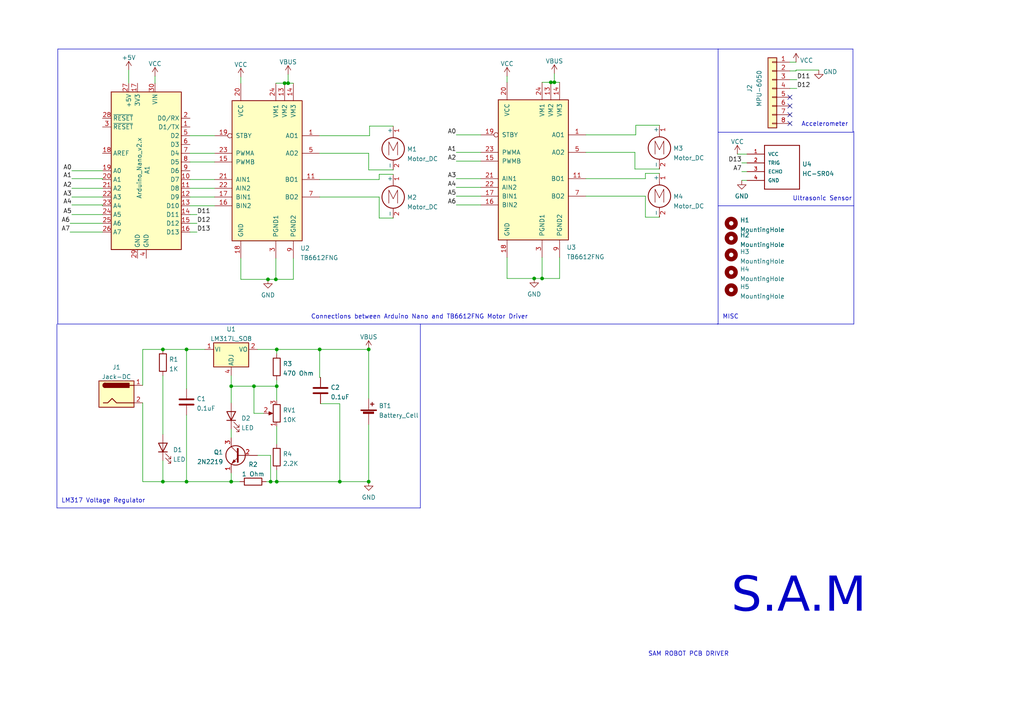
<source format=kicad_sch>
(kicad_sch (version 20230121) (generator eeschema)

  (uuid e63e39d7-6ac0-4ffd-8aa3-1841a4541b55)

  (paper "A4")

  (lib_symbols
    (symbol "Connector:Jack-DC" (pin_names (offset 1.016)) (in_bom yes) (on_board yes)
      (property "Reference" "J" (at 0 5.334 0)
        (effects (font (size 1.27 1.27)))
      )
      (property "Value" "Jack-DC" (at 0 -5.08 0)
        (effects (font (size 1.27 1.27)))
      )
      (property "Footprint" "" (at 1.27 -1.016 0)
        (effects (font (size 1.27 1.27)) hide)
      )
      (property "Datasheet" "~" (at 1.27 -1.016 0)
        (effects (font (size 1.27 1.27)) hide)
      )
      (property "ki_keywords" "DC power barrel jack connector" (at 0 0 0)
        (effects (font (size 1.27 1.27)) hide)
      )
      (property "ki_description" "DC Barrel Jack" (at 0 0 0)
        (effects (font (size 1.27 1.27)) hide)
      )
      (property "ki_fp_filters" "BarrelJack*" (at 0 0 0)
        (effects (font (size 1.27 1.27)) hide)
      )
      (symbol "Jack-DC_0_1"
        (rectangle (start -5.08 3.81) (end 5.08 -3.81)
          (stroke (width 0.254) (type default))
          (fill (type background))
        )
        (arc (start -3.302 3.175) (mid -3.9343 2.54) (end -3.302 1.905)
          (stroke (width 0.254) (type default))
          (fill (type none))
        )
        (arc (start -3.302 3.175) (mid -3.9343 2.54) (end -3.302 1.905)
          (stroke (width 0.254) (type default))
          (fill (type outline))
        )
        (polyline
          (pts
            (xy 5.08 2.54)
            (xy 3.81 2.54)
          )
          (stroke (width 0.254) (type default))
          (fill (type none))
        )
        (polyline
          (pts
            (xy -3.81 -2.54)
            (xy -2.54 -2.54)
            (xy -1.27 -1.27)
            (xy 0 -2.54)
            (xy 2.54 -2.54)
            (xy 5.08 -2.54)
          )
          (stroke (width 0.254) (type default))
          (fill (type none))
        )
        (rectangle (start 3.683 3.175) (end -3.302 1.905)
          (stroke (width 0.254) (type default))
          (fill (type outline))
        )
      )
      (symbol "Jack-DC_1_1"
        (pin passive line (at 7.62 2.54 180) (length 2.54)
          (name "~" (effects (font (size 1.27 1.27))))
          (number "1" (effects (font (size 1.27 1.27))))
        )
        (pin passive line (at 7.62 -2.54 180) (length 2.54)
          (name "~" (effects (font (size 1.27 1.27))))
          (number "2" (effects (font (size 1.27 1.27))))
        )
      )
    )
    (symbol "Connector_Generic:Conn_01x08" (pin_names (offset 1.016) hide) (in_bom yes) (on_board yes)
      (property "Reference" "J" (at 0 10.16 0)
        (effects (font (size 1.27 1.27)))
      )
      (property "Value" "Conn_01x08" (at 0 -12.7 0)
        (effects (font (size 1.27 1.27)))
      )
      (property "Footprint" "" (at 0 0 0)
        (effects (font (size 1.27 1.27)) hide)
      )
      (property "Datasheet" "~" (at 0 0 0)
        (effects (font (size 1.27 1.27)) hide)
      )
      (property "ki_keywords" "connector" (at 0 0 0)
        (effects (font (size 1.27 1.27)) hide)
      )
      (property "ki_description" "Generic connector, single row, 01x08, script generated (kicad-library-utils/schlib/autogen/connector/)" (at 0 0 0)
        (effects (font (size 1.27 1.27)) hide)
      )
      (property "ki_fp_filters" "Connector*:*_1x??_*" (at 0 0 0)
        (effects (font (size 1.27 1.27)) hide)
      )
      (symbol "Conn_01x08_1_1"
        (rectangle (start -1.27 -10.033) (end 0 -10.287)
          (stroke (width 0.1524) (type default))
          (fill (type none))
        )
        (rectangle (start -1.27 -7.493) (end 0 -7.747)
          (stroke (width 0.1524) (type default))
          (fill (type none))
        )
        (rectangle (start -1.27 -4.953) (end 0 -5.207)
          (stroke (width 0.1524) (type default))
          (fill (type none))
        )
        (rectangle (start -1.27 -2.413) (end 0 -2.667)
          (stroke (width 0.1524) (type default))
          (fill (type none))
        )
        (rectangle (start -1.27 0.127) (end 0 -0.127)
          (stroke (width 0.1524) (type default))
          (fill (type none))
        )
        (rectangle (start -1.27 2.667) (end 0 2.413)
          (stroke (width 0.1524) (type default))
          (fill (type none))
        )
        (rectangle (start -1.27 5.207) (end 0 4.953)
          (stroke (width 0.1524) (type default))
          (fill (type none))
        )
        (rectangle (start -1.27 7.747) (end 0 7.493)
          (stroke (width 0.1524) (type default))
          (fill (type none))
        )
        (rectangle (start -1.27 8.89) (end 1.27 -11.43)
          (stroke (width 0.254) (type default))
          (fill (type background))
        )
        (pin passive line (at -5.08 7.62 0) (length 3.81)
          (name "Pin_1" (effects (font (size 1.27 1.27))))
          (number "1" (effects (font (size 1.27 1.27))))
        )
        (pin passive line (at -5.08 5.08 0) (length 3.81)
          (name "Pin_2" (effects (font (size 1.27 1.27))))
          (number "2" (effects (font (size 1.27 1.27))))
        )
        (pin passive line (at -5.08 2.54 0) (length 3.81)
          (name "Pin_3" (effects (font (size 1.27 1.27))))
          (number "3" (effects (font (size 1.27 1.27))))
        )
        (pin passive line (at -5.08 0 0) (length 3.81)
          (name "Pin_4" (effects (font (size 1.27 1.27))))
          (number "4" (effects (font (size 1.27 1.27))))
        )
        (pin passive line (at -5.08 -2.54 0) (length 3.81)
          (name "Pin_5" (effects (font (size 1.27 1.27))))
          (number "5" (effects (font (size 1.27 1.27))))
        )
        (pin passive line (at -5.08 -5.08 0) (length 3.81)
          (name "Pin_6" (effects (font (size 1.27 1.27))))
          (number "6" (effects (font (size 1.27 1.27))))
        )
        (pin passive line (at -5.08 -7.62 0) (length 3.81)
          (name "Pin_7" (effects (font (size 1.27 1.27))))
          (number "7" (effects (font (size 1.27 1.27))))
        )
        (pin passive line (at -5.08 -10.16 0) (length 3.81)
          (name "Pin_8" (effects (font (size 1.27 1.27))))
          (number "8" (effects (font (size 1.27 1.27))))
        )
      )
    )
    (symbol "Device:Battery_Cell" (pin_numbers hide) (pin_names (offset 0) hide) (in_bom yes) (on_board yes)
      (property "Reference" "BT" (at 2.54 2.54 0)
        (effects (font (size 1.27 1.27)) (justify left))
      )
      (property "Value" "Battery_Cell" (at 2.54 0 0)
        (effects (font (size 1.27 1.27)) (justify left))
      )
      (property "Footprint" "" (at 0 1.524 90)
        (effects (font (size 1.27 1.27)) hide)
      )
      (property "Datasheet" "~" (at 0 1.524 90)
        (effects (font (size 1.27 1.27)) hide)
      )
      (property "ki_keywords" "battery cell" (at 0 0 0)
        (effects (font (size 1.27 1.27)) hide)
      )
      (property "ki_description" "Single-cell battery" (at 0 0 0)
        (effects (font (size 1.27 1.27)) hide)
      )
      (symbol "Battery_Cell_0_1"
        (rectangle (start -2.286 1.778) (end 2.286 1.524)
          (stroke (width 0) (type default))
          (fill (type outline))
        )
        (rectangle (start -1.5748 1.1938) (end 1.4732 0.6858)
          (stroke (width 0) (type default))
          (fill (type outline))
        )
        (polyline
          (pts
            (xy 0 0.762)
            (xy 0 0)
          )
          (stroke (width 0) (type default))
          (fill (type none))
        )
        (polyline
          (pts
            (xy 0 1.778)
            (xy 0 2.54)
          )
          (stroke (width 0) (type default))
          (fill (type none))
        )
        (polyline
          (pts
            (xy 0.508 3.429)
            (xy 1.524 3.429)
          )
          (stroke (width 0.254) (type default))
          (fill (type none))
        )
        (polyline
          (pts
            (xy 1.016 3.937)
            (xy 1.016 2.921)
          )
          (stroke (width 0.254) (type default))
          (fill (type none))
        )
      )
      (symbol "Battery_Cell_1_1"
        (pin passive line (at 0 5.08 270) (length 2.54)
          (name "+" (effects (font (size 1.27 1.27))))
          (number "1" (effects (font (size 1.27 1.27))))
        )
        (pin passive line (at 0 -2.54 90) (length 2.54)
          (name "-" (effects (font (size 1.27 1.27))))
          (number "2" (effects (font (size 1.27 1.27))))
        )
      )
    )
    (symbol "Device:C" (pin_numbers hide) (pin_names (offset 0.254)) (in_bom yes) (on_board yes)
      (property "Reference" "C" (at 0.635 2.54 0)
        (effects (font (size 1.27 1.27)) (justify left))
      )
      (property "Value" "C" (at 0.635 -2.54 0)
        (effects (font (size 1.27 1.27)) (justify left))
      )
      (property "Footprint" "" (at 0.9652 -3.81 0)
        (effects (font (size 1.27 1.27)) hide)
      )
      (property "Datasheet" "~" (at 0 0 0)
        (effects (font (size 1.27 1.27)) hide)
      )
      (property "ki_keywords" "cap capacitor" (at 0 0 0)
        (effects (font (size 1.27 1.27)) hide)
      )
      (property "ki_description" "Unpolarized capacitor" (at 0 0 0)
        (effects (font (size 1.27 1.27)) hide)
      )
      (property "ki_fp_filters" "C_*" (at 0 0 0)
        (effects (font (size 1.27 1.27)) hide)
      )
      (symbol "C_0_1"
        (polyline
          (pts
            (xy -2.032 -0.762)
            (xy 2.032 -0.762)
          )
          (stroke (width 0.508) (type default))
          (fill (type none))
        )
        (polyline
          (pts
            (xy -2.032 0.762)
            (xy 2.032 0.762)
          )
          (stroke (width 0.508) (type default))
          (fill (type none))
        )
      )
      (symbol "C_1_1"
        (pin passive line (at 0 3.81 270) (length 2.794)
          (name "~" (effects (font (size 1.27 1.27))))
          (number "1" (effects (font (size 1.27 1.27))))
        )
        (pin passive line (at 0 -3.81 90) (length 2.794)
          (name "~" (effects (font (size 1.27 1.27))))
          (number "2" (effects (font (size 1.27 1.27))))
        )
      )
    )
    (symbol "Device:LED" (pin_numbers hide) (pin_names (offset 1.016) hide) (in_bom yes) (on_board yes)
      (property "Reference" "D" (at 0 2.54 0)
        (effects (font (size 1.27 1.27)))
      )
      (property "Value" "LED" (at 0 -2.54 0)
        (effects (font (size 1.27 1.27)))
      )
      (property "Footprint" "" (at 0 0 0)
        (effects (font (size 1.27 1.27)) hide)
      )
      (property "Datasheet" "~" (at 0 0 0)
        (effects (font (size 1.27 1.27)) hide)
      )
      (property "ki_keywords" "LED diode" (at 0 0 0)
        (effects (font (size 1.27 1.27)) hide)
      )
      (property "ki_description" "Light emitting diode" (at 0 0 0)
        (effects (font (size 1.27 1.27)) hide)
      )
      (property "ki_fp_filters" "LED* LED_SMD:* LED_THT:*" (at 0 0 0)
        (effects (font (size 1.27 1.27)) hide)
      )
      (symbol "LED_0_1"
        (polyline
          (pts
            (xy -1.27 -1.27)
            (xy -1.27 1.27)
          )
          (stroke (width 0.254) (type default))
          (fill (type none))
        )
        (polyline
          (pts
            (xy -1.27 0)
            (xy 1.27 0)
          )
          (stroke (width 0) (type default))
          (fill (type none))
        )
        (polyline
          (pts
            (xy 1.27 -1.27)
            (xy 1.27 1.27)
            (xy -1.27 0)
            (xy 1.27 -1.27)
          )
          (stroke (width 0.254) (type default))
          (fill (type none))
        )
        (polyline
          (pts
            (xy -3.048 -0.762)
            (xy -4.572 -2.286)
            (xy -3.81 -2.286)
            (xy -4.572 -2.286)
            (xy -4.572 -1.524)
          )
          (stroke (width 0) (type default))
          (fill (type none))
        )
        (polyline
          (pts
            (xy -1.778 -0.762)
            (xy -3.302 -2.286)
            (xy -2.54 -2.286)
            (xy -3.302 -2.286)
            (xy -3.302 -1.524)
          )
          (stroke (width 0) (type default))
          (fill (type none))
        )
      )
      (symbol "LED_1_1"
        (pin passive line (at -3.81 0 0) (length 2.54)
          (name "K" (effects (font (size 1.27 1.27))))
          (number "1" (effects (font (size 1.27 1.27))))
        )
        (pin passive line (at 3.81 0 180) (length 2.54)
          (name "A" (effects (font (size 1.27 1.27))))
          (number "2" (effects (font (size 1.27 1.27))))
        )
      )
    )
    (symbol "Device:R" (pin_numbers hide) (pin_names (offset 0)) (in_bom yes) (on_board yes)
      (property "Reference" "R" (at 2.032 0 90)
        (effects (font (size 1.27 1.27)))
      )
      (property "Value" "R" (at 0 0 90)
        (effects (font (size 1.27 1.27)))
      )
      (property "Footprint" "" (at -1.778 0 90)
        (effects (font (size 1.27 1.27)) hide)
      )
      (property "Datasheet" "~" (at 0 0 0)
        (effects (font (size 1.27 1.27)) hide)
      )
      (property "ki_keywords" "R res resistor" (at 0 0 0)
        (effects (font (size 1.27 1.27)) hide)
      )
      (property "ki_description" "Resistor" (at 0 0 0)
        (effects (font (size 1.27 1.27)) hide)
      )
      (property "ki_fp_filters" "R_*" (at 0 0 0)
        (effects (font (size 1.27 1.27)) hide)
      )
      (symbol "R_0_1"
        (rectangle (start -1.016 -2.54) (end 1.016 2.54)
          (stroke (width 0.254) (type default))
          (fill (type none))
        )
      )
      (symbol "R_1_1"
        (pin passive line (at 0 3.81 270) (length 1.27)
          (name "~" (effects (font (size 1.27 1.27))))
          (number "1" (effects (font (size 1.27 1.27))))
        )
        (pin passive line (at 0 -3.81 90) (length 1.27)
          (name "~" (effects (font (size 1.27 1.27))))
          (number "2" (effects (font (size 1.27 1.27))))
        )
      )
    )
    (symbol "Device:R_Potentiometer" (pin_names (offset 1.016) hide) (in_bom yes) (on_board yes)
      (property "Reference" "RV" (at -4.445 0 90)
        (effects (font (size 1.27 1.27)))
      )
      (property "Value" "R_Potentiometer" (at -2.54 0 90)
        (effects (font (size 1.27 1.27)))
      )
      (property "Footprint" "" (at 0 0 0)
        (effects (font (size 1.27 1.27)) hide)
      )
      (property "Datasheet" "~" (at 0 0 0)
        (effects (font (size 1.27 1.27)) hide)
      )
      (property "ki_keywords" "resistor variable" (at 0 0 0)
        (effects (font (size 1.27 1.27)) hide)
      )
      (property "ki_description" "Potentiometer" (at 0 0 0)
        (effects (font (size 1.27 1.27)) hide)
      )
      (property "ki_fp_filters" "Potentiometer*" (at 0 0 0)
        (effects (font (size 1.27 1.27)) hide)
      )
      (symbol "R_Potentiometer_0_1"
        (polyline
          (pts
            (xy 2.54 0)
            (xy 1.524 0)
          )
          (stroke (width 0) (type default))
          (fill (type none))
        )
        (polyline
          (pts
            (xy 1.143 0)
            (xy 2.286 0.508)
            (xy 2.286 -0.508)
            (xy 1.143 0)
          )
          (stroke (width 0) (type default))
          (fill (type outline))
        )
        (rectangle (start 1.016 2.54) (end -1.016 -2.54)
          (stroke (width 0.254) (type default))
          (fill (type none))
        )
      )
      (symbol "R_Potentiometer_1_1"
        (pin passive line (at 0 3.81 270) (length 1.27)
          (name "1" (effects (font (size 1.27 1.27))))
          (number "1" (effects (font (size 1.27 1.27))))
        )
        (pin passive line (at 3.81 0 180) (length 1.27)
          (name "2" (effects (font (size 1.27 1.27))))
          (number "2" (effects (font (size 1.27 1.27))))
        )
        (pin passive line (at 0 -3.81 90) (length 1.27)
          (name "3" (effects (font (size 1.27 1.27))))
          (number "3" (effects (font (size 1.27 1.27))))
        )
      )
    )
    (symbol "Driver_Motor:TB6612FNG" (pin_names (offset 1.016)) (in_bom yes) (on_board yes)
      (property "Reference" "U" (at 11.43 17.78 0)
        (effects (font (size 1.27 1.27)) (justify left))
      )
      (property "Value" "TB6612FNG" (at 11.43 15.24 0)
        (effects (font (size 1.27 1.27)) (justify left))
      )
      (property "Footprint" "Package_SO:SSOP-24_5.3x8.2mm_P0.65mm" (at 33.02 -22.86 0)
        (effects (font (size 1.27 1.27)) hide)
      )
      (property "Datasheet" "https://toshiba.semicon-storage.com/us/product/linear/motordriver/detail.TB6612FNG.html" (at 11.43 15.24 0)
        (effects (font (size 1.27 1.27)) hide)
      )
      (property "ki_keywords" "H-bridge motor driver" (at 0 0 0)
        (effects (font (size 1.27 1.27)) hide)
      )
      (property "ki_description" "Driver IC for Dual DC motor, SSOP-24" (at 0 0 0)
        (effects (font (size 1.27 1.27)) hide)
      )
      (property "ki_fp_filters" "SSOP-24*5.3x8.2mm*P0.65mm*" (at 0 0 0)
        (effects (font (size 1.27 1.27)) hide)
      )
      (symbol "TB6612FNG_0_1"
        (rectangle (start -10.16 20.32) (end 10.16 -20.32)
          (stroke (width 0.254) (type default))
          (fill (type background))
        )
      )
      (symbol "TB6612FNG_1_1"
        (pin output line (at 15.24 10.16 180) (length 5.08)
          (name "AO1" (effects (font (size 1.27 1.27))))
          (number "1" (effects (font (size 1.27 1.27))))
        )
        (pin passive line (at 7.62 -25.4 90) (length 5.08) hide
          (name "PGND2" (effects (font (size 1.27 1.27))))
          (number "10" (effects (font (size 1.27 1.27))))
        )
        (pin output line (at 15.24 -2.54 180) (length 5.08)
          (name "BO1" (effects (font (size 1.27 1.27))))
          (number "11" (effects (font (size 1.27 1.27))))
        )
        (pin passive line (at 15.24 -2.54 180) (length 5.08) hide
          (name "BO1" (effects (font (size 1.27 1.27))))
          (number "12" (effects (font (size 1.27 1.27))))
        )
        (pin power_in line (at 5.08 25.4 270) (length 5.08)
          (name "VM2" (effects (font (size 1.27 1.27))))
          (number "13" (effects (font (size 1.27 1.27))))
        )
        (pin power_in line (at 7.62 25.4 270) (length 5.08)
          (name "VM3" (effects (font (size 1.27 1.27))))
          (number "14" (effects (font (size 1.27 1.27))))
        )
        (pin input line (at -15.24 2.54 0) (length 5.08)
          (name "PWMB" (effects (font (size 1.27 1.27))))
          (number "15" (effects (font (size 1.27 1.27))))
        )
        (pin input line (at -15.24 -10.16 0) (length 5.08)
          (name "BIN2" (effects (font (size 1.27 1.27))))
          (number "16" (effects (font (size 1.27 1.27))))
        )
        (pin input line (at -15.24 -7.62 0) (length 5.08)
          (name "BIN1" (effects (font (size 1.27 1.27))))
          (number "17" (effects (font (size 1.27 1.27))))
        )
        (pin power_in line (at -7.62 -25.4 90) (length 5.08)
          (name "GND" (effects (font (size 1.27 1.27))))
          (number "18" (effects (font (size 1.27 1.27))))
        )
        (pin input inverted (at -15.24 10.16 0) (length 5.08)
          (name "STBY" (effects (font (size 1.27 1.27))))
          (number "19" (effects (font (size 1.27 1.27))))
        )
        (pin passive line (at 15.24 10.16 180) (length 5.08) hide
          (name "AO1" (effects (font (size 1.27 1.27))))
          (number "2" (effects (font (size 1.27 1.27))))
        )
        (pin power_in line (at -7.62 25.4 270) (length 5.08)
          (name "VCC" (effects (font (size 1.27 1.27))))
          (number "20" (effects (font (size 1.27 1.27))))
        )
        (pin input line (at -15.24 -2.54 0) (length 5.08)
          (name "AIN1" (effects (font (size 1.27 1.27))))
          (number "21" (effects (font (size 1.27 1.27))))
        )
        (pin input line (at -15.24 -5.08 0) (length 5.08)
          (name "AIN2" (effects (font (size 1.27 1.27))))
          (number "22" (effects (font (size 1.27 1.27))))
        )
        (pin input line (at -15.24 5.08 0) (length 5.08)
          (name "PWMA" (effects (font (size 1.27 1.27))))
          (number "23" (effects (font (size 1.27 1.27))))
        )
        (pin power_in line (at 2.54 25.4 270) (length 5.08)
          (name "VM1" (effects (font (size 1.27 1.27))))
          (number "24" (effects (font (size 1.27 1.27))))
        )
        (pin power_in line (at 2.54 -25.4 90) (length 5.08)
          (name "PGND1" (effects (font (size 1.27 1.27))))
          (number "3" (effects (font (size 1.27 1.27))))
        )
        (pin passive line (at 2.54 -25.4 90) (length 5.08) hide
          (name "PGND1" (effects (font (size 1.27 1.27))))
          (number "4" (effects (font (size 1.27 1.27))))
        )
        (pin output line (at 15.24 5.08 180) (length 5.08)
          (name "AO2" (effects (font (size 1.27 1.27))))
          (number "5" (effects (font (size 1.27 1.27))))
        )
        (pin passive line (at 15.24 5.08 180) (length 5.08) hide
          (name "AO2" (effects (font (size 1.27 1.27))))
          (number "6" (effects (font (size 1.27 1.27))))
        )
        (pin output line (at 15.24 -7.62 180) (length 5.08)
          (name "BO2" (effects (font (size 1.27 1.27))))
          (number "7" (effects (font (size 1.27 1.27))))
        )
        (pin passive line (at 15.24 -7.62 180) (length 5.08) hide
          (name "BO2" (effects (font (size 1.27 1.27))))
          (number "8" (effects (font (size 1.27 1.27))))
        )
        (pin power_in line (at 7.62 -25.4 90) (length 5.08)
          (name "PGND2" (effects (font (size 1.27 1.27))))
          (number "9" (effects (font (size 1.27 1.27))))
        )
      )
    )
    (symbol "HC-SR04:HC-SR04" (pin_names (offset 1.016)) (in_bom yes) (on_board yes)
      (property "Reference" "U" (at 0 5.08 0)
        (effects (font (size 1.27 1.27)) (justify left bottom))
      )
      (property "Value" "HC-SR04" (at 0 -10.16 0)
        (effects (font (size 1.27 1.27)) (justify left bottom))
      )
      (property "Footprint" "XCVR_HC-SR04" (at 0 0 0)
        (effects (font (size 1.27 1.27)) (justify left bottom) hide)
      )
      (property "Datasheet" "" (at 0 0 0)
        (effects (font (size 1.27 1.27)) (justify left bottom) hide)
      )
      (property "MANUFACTURER" "Osepp" (at 0 0 0)
        (effects (font (size 1.27 1.27)) (justify left bottom) hide)
      )
      (property "ki_locked" "" (at 0 0 0)
        (effects (font (size 1.27 1.27)))
      )
      (symbol "HC-SR04_0_0"
        (polyline
          (pts
            (xy 0 -7.62)
            (xy 10.16 -7.62)
          )
          (stroke (width 0.254) (type default))
          (fill (type none))
        )
        (polyline
          (pts
            (xy 0 5.08)
            (xy 0 -7.62)
          )
          (stroke (width 0.254) (type default))
          (fill (type none))
        )
        (polyline
          (pts
            (xy 10.16 -7.62)
            (xy 10.16 5.08)
          )
          (stroke (width 0.254) (type default))
          (fill (type none))
        )
        (polyline
          (pts
            (xy 10.16 5.08)
            (xy 0 5.08)
          )
          (stroke (width 0.254) (type default))
          (fill (type none))
        )
        (pin power_in line (at -5.08 2.54 0) (length 5.08)
          (name "VCC" (effects (font (size 1.016 1.016))))
          (number "1" (effects (font (size 1.016 1.016))))
        )
        (pin bidirectional line (at -5.08 0 0) (length 5.08)
          (name "TRIG" (effects (font (size 1.016 1.016))))
          (number "2" (effects (font (size 1.016 1.016))))
        )
        (pin bidirectional line (at -5.08 -2.54 0) (length 5.08)
          (name "ECHO" (effects (font (size 1.016 1.016))))
          (number "3" (effects (font (size 1.016 1.016))))
        )
        (pin power_in line (at -5.08 -5.08 0) (length 5.08)
          (name "GND" (effects (font (size 1.016 1.016))))
          (number "4" (effects (font (size 1.016 1.016))))
        )
      )
    )
    (symbol "MCU_Module:Arduino_Nano_v2.x" (in_bom yes) (on_board yes)
      (property "Reference" "A" (at -10.16 23.495 0)
        (effects (font (size 1.27 1.27)) (justify left bottom))
      )
      (property "Value" "Arduino_Nano_v2.x" (at 5.08 -24.13 0)
        (effects (font (size 1.27 1.27)) (justify left top))
      )
      (property "Footprint" "Module:Arduino_Nano" (at 0 0 0)
        (effects (font (size 1.27 1.27) italic) hide)
      )
      (property "Datasheet" "https://www.arduino.cc/en/uploads/Main/ArduinoNanoManual23.pdf" (at 0 0 0)
        (effects (font (size 1.27 1.27)) hide)
      )
      (property "ki_keywords" "Arduino nano microcontroller module USB" (at 0 0 0)
        (effects (font (size 1.27 1.27)) hide)
      )
      (property "ki_description" "Arduino Nano v2.x" (at 0 0 0)
        (effects (font (size 1.27 1.27)) hide)
      )
      (property "ki_fp_filters" "Arduino*Nano*" (at 0 0 0)
        (effects (font (size 1.27 1.27)) hide)
      )
      (symbol "Arduino_Nano_v2.x_0_1"
        (rectangle (start -10.16 22.86) (end 10.16 -22.86)
          (stroke (width 0.254) (type default))
          (fill (type background))
        )
      )
      (symbol "Arduino_Nano_v2.x_1_1"
        (pin bidirectional line (at -12.7 12.7 0) (length 2.54)
          (name "D1/TX" (effects (font (size 1.27 1.27))))
          (number "1" (effects (font (size 1.27 1.27))))
        )
        (pin bidirectional line (at -12.7 -2.54 0) (length 2.54)
          (name "D7" (effects (font (size 1.27 1.27))))
          (number "10" (effects (font (size 1.27 1.27))))
        )
        (pin bidirectional line (at -12.7 -5.08 0) (length 2.54)
          (name "D8" (effects (font (size 1.27 1.27))))
          (number "11" (effects (font (size 1.27 1.27))))
        )
        (pin bidirectional line (at -12.7 -7.62 0) (length 2.54)
          (name "D9" (effects (font (size 1.27 1.27))))
          (number "12" (effects (font (size 1.27 1.27))))
        )
        (pin bidirectional line (at -12.7 -10.16 0) (length 2.54)
          (name "D10" (effects (font (size 1.27 1.27))))
          (number "13" (effects (font (size 1.27 1.27))))
        )
        (pin bidirectional line (at -12.7 -12.7 0) (length 2.54)
          (name "D11" (effects (font (size 1.27 1.27))))
          (number "14" (effects (font (size 1.27 1.27))))
        )
        (pin bidirectional line (at -12.7 -15.24 0) (length 2.54)
          (name "D12" (effects (font (size 1.27 1.27))))
          (number "15" (effects (font (size 1.27 1.27))))
        )
        (pin bidirectional line (at -12.7 -17.78 0) (length 2.54)
          (name "D13" (effects (font (size 1.27 1.27))))
          (number "16" (effects (font (size 1.27 1.27))))
        )
        (pin power_out line (at 2.54 25.4 270) (length 2.54)
          (name "3V3" (effects (font (size 1.27 1.27))))
          (number "17" (effects (font (size 1.27 1.27))))
        )
        (pin input line (at 12.7 5.08 180) (length 2.54)
          (name "AREF" (effects (font (size 1.27 1.27))))
          (number "18" (effects (font (size 1.27 1.27))))
        )
        (pin bidirectional line (at 12.7 0 180) (length 2.54)
          (name "A0" (effects (font (size 1.27 1.27))))
          (number "19" (effects (font (size 1.27 1.27))))
        )
        (pin bidirectional line (at -12.7 15.24 0) (length 2.54)
          (name "D0/RX" (effects (font (size 1.27 1.27))))
          (number "2" (effects (font (size 1.27 1.27))))
        )
        (pin bidirectional line (at 12.7 -2.54 180) (length 2.54)
          (name "A1" (effects (font (size 1.27 1.27))))
          (number "20" (effects (font (size 1.27 1.27))))
        )
        (pin bidirectional line (at 12.7 -5.08 180) (length 2.54)
          (name "A2" (effects (font (size 1.27 1.27))))
          (number "21" (effects (font (size 1.27 1.27))))
        )
        (pin bidirectional line (at 12.7 -7.62 180) (length 2.54)
          (name "A3" (effects (font (size 1.27 1.27))))
          (number "22" (effects (font (size 1.27 1.27))))
        )
        (pin bidirectional line (at 12.7 -10.16 180) (length 2.54)
          (name "A4" (effects (font (size 1.27 1.27))))
          (number "23" (effects (font (size 1.27 1.27))))
        )
        (pin bidirectional line (at 12.7 -12.7 180) (length 2.54)
          (name "A5" (effects (font (size 1.27 1.27))))
          (number "24" (effects (font (size 1.27 1.27))))
        )
        (pin bidirectional line (at 12.7 -15.24 180) (length 2.54)
          (name "A6" (effects (font (size 1.27 1.27))))
          (number "25" (effects (font (size 1.27 1.27))))
        )
        (pin bidirectional line (at 12.7 -17.78 180) (length 2.54)
          (name "A7" (effects (font (size 1.27 1.27))))
          (number "26" (effects (font (size 1.27 1.27))))
        )
        (pin power_out line (at 5.08 25.4 270) (length 2.54)
          (name "+5V" (effects (font (size 1.27 1.27))))
          (number "27" (effects (font (size 1.27 1.27))))
        )
        (pin input line (at 12.7 15.24 180) (length 2.54)
          (name "~{RESET}" (effects (font (size 1.27 1.27))))
          (number "28" (effects (font (size 1.27 1.27))))
        )
        (pin power_in line (at 2.54 -25.4 90) (length 2.54)
          (name "GND" (effects (font (size 1.27 1.27))))
          (number "29" (effects (font (size 1.27 1.27))))
        )
        (pin input line (at 12.7 12.7 180) (length 2.54)
          (name "~{RESET}" (effects (font (size 1.27 1.27))))
          (number "3" (effects (font (size 1.27 1.27))))
        )
        (pin power_in line (at -2.54 25.4 270) (length 2.54)
          (name "VIN" (effects (font (size 1.27 1.27))))
          (number "30" (effects (font (size 1.27 1.27))))
        )
        (pin power_in line (at 0 -25.4 90) (length 2.54)
          (name "GND" (effects (font (size 1.27 1.27))))
          (number "4" (effects (font (size 1.27 1.27))))
        )
        (pin bidirectional line (at -12.7 10.16 0) (length 2.54)
          (name "D2" (effects (font (size 1.27 1.27))))
          (number "5" (effects (font (size 1.27 1.27))))
        )
        (pin bidirectional line (at -12.7 7.62 0) (length 2.54)
          (name "D3" (effects (font (size 1.27 1.27))))
          (number "6" (effects (font (size 1.27 1.27))))
        )
        (pin bidirectional line (at -12.7 5.08 0) (length 2.54)
          (name "D4" (effects (font (size 1.27 1.27))))
          (number "7" (effects (font (size 1.27 1.27))))
        )
        (pin bidirectional line (at -12.7 2.54 0) (length 2.54)
          (name "D5" (effects (font (size 1.27 1.27))))
          (number "8" (effects (font (size 1.27 1.27))))
        )
        (pin bidirectional line (at -12.7 0 0) (length 2.54)
          (name "D6" (effects (font (size 1.27 1.27))))
          (number "9" (effects (font (size 1.27 1.27))))
        )
      )
    )
    (symbol "Mechanical:MountingHole" (pin_names (offset 1.016)) (in_bom yes) (on_board yes)
      (property "Reference" "H" (at 0 5.08 0)
        (effects (font (size 1.27 1.27)))
      )
      (property "Value" "MountingHole" (at 0 3.175 0)
        (effects (font (size 1.27 1.27)))
      )
      (property "Footprint" "" (at 0 0 0)
        (effects (font (size 1.27 1.27)) hide)
      )
      (property "Datasheet" "~" (at 0 0 0)
        (effects (font (size 1.27 1.27)) hide)
      )
      (property "ki_keywords" "mounting hole" (at 0 0 0)
        (effects (font (size 1.27 1.27)) hide)
      )
      (property "ki_description" "Mounting Hole without connection" (at 0 0 0)
        (effects (font (size 1.27 1.27)) hide)
      )
      (property "ki_fp_filters" "MountingHole*" (at 0 0 0)
        (effects (font (size 1.27 1.27)) hide)
      )
      (symbol "MountingHole_0_1"
        (circle (center 0 0) (radius 1.27)
          (stroke (width 1.27) (type default))
          (fill (type none))
        )
      )
    )
    (symbol "Motor:Motor_DC" (pin_names (offset 0)) (in_bom yes) (on_board yes)
      (property "Reference" "M" (at 2.54 2.54 0)
        (effects (font (size 1.27 1.27)) (justify left))
      )
      (property "Value" "Motor_DC" (at 2.54 -5.08 0)
        (effects (font (size 1.27 1.27)) (justify left top))
      )
      (property "Footprint" "" (at 0 -2.286 0)
        (effects (font (size 1.27 1.27)) hide)
      )
      (property "Datasheet" "~" (at 0 -2.286 0)
        (effects (font (size 1.27 1.27)) hide)
      )
      (property "ki_keywords" "DC Motor" (at 0 0 0)
        (effects (font (size 1.27 1.27)) hide)
      )
      (property "ki_description" "DC Motor" (at 0 0 0)
        (effects (font (size 1.27 1.27)) hide)
      )
      (property "ki_fp_filters" "PinHeader*P2.54mm* TerminalBlock*" (at 0 0 0)
        (effects (font (size 1.27 1.27)) hide)
      )
      (symbol "Motor_DC_0_0"
        (polyline
          (pts
            (xy -1.27 -3.302)
            (xy -1.27 0.508)
            (xy 0 -2.032)
            (xy 1.27 0.508)
            (xy 1.27 -3.302)
          )
          (stroke (width 0) (type default))
          (fill (type none))
        )
      )
      (symbol "Motor_DC_0_1"
        (circle (center 0 -1.524) (radius 3.2512)
          (stroke (width 0.254) (type default))
          (fill (type none))
        )
        (polyline
          (pts
            (xy 0 -7.62)
            (xy 0 -7.112)
          )
          (stroke (width 0) (type default))
          (fill (type none))
        )
        (polyline
          (pts
            (xy 0 -4.7752)
            (xy 0 -5.1816)
          )
          (stroke (width 0) (type default))
          (fill (type none))
        )
        (polyline
          (pts
            (xy 0 1.7272)
            (xy 0 2.0828)
          )
          (stroke (width 0) (type default))
          (fill (type none))
        )
        (polyline
          (pts
            (xy 0 2.032)
            (xy 0 2.54)
          )
          (stroke (width 0) (type default))
          (fill (type none))
        )
      )
      (symbol "Motor_DC_1_1"
        (pin passive line (at 0 5.08 270) (length 2.54)
          (name "+" (effects (font (size 1.27 1.27))))
          (number "1" (effects (font (size 1.27 1.27))))
        )
        (pin passive line (at 0 -7.62 90) (length 2.54)
          (name "-" (effects (font (size 1.27 1.27))))
          (number "2" (effects (font (size 1.27 1.27))))
        )
      )
    )
    (symbol "Regulator_Linear:LM317L_SO8" (pin_names (offset 0.254)) (in_bom yes) (on_board yes)
      (property "Reference" "U" (at -3.81 3.175 0)
        (effects (font (size 1.27 1.27)))
      )
      (property "Value" "LM317L_SO8" (at 0 3.175 0)
        (effects (font (size 1.27 1.27)) (justify left))
      )
      (property "Footprint" "Package_SO:SOIC-8_3.9x4.9mm_P1.27mm" (at 0 5.08 0)
        (effects (font (size 1.27 1.27) italic) hide)
      )
      (property "Datasheet" "http://www.ti.com/lit/ds/snvs775k/snvs775k.pdf" (at 0 -5.08 0)
        (effects (font (size 1.27 1.27)) hide)
      )
      (property "ki_keywords" "Adjustable Voltage Regulator 100mA Positive" (at 0 0 0)
        (effects (font (size 1.27 1.27)) hide)
      )
      (property "ki_description" "100mA 35V Adjustable Linear Regulator, SO-8" (at 0 0 0)
        (effects (font (size 1.27 1.27)) hide)
      )
      (property "ki_fp_filters" "SOIC*3.9x4.9mm*P1.27mm*" (at 0 0 0)
        (effects (font (size 1.27 1.27)) hide)
      )
      (symbol "LM317L_SO8_0_1"
        (rectangle (start -5.08 1.905) (end 5.08 -5.08)
          (stroke (width 0.254) (type default))
          (fill (type background))
        )
      )
      (symbol "LM317L_SO8_1_1"
        (pin power_in line (at -7.62 0 0) (length 2.54)
          (name "VI" (effects (font (size 1.27 1.27))))
          (number "1" (effects (font (size 1.27 1.27))))
        )
        (pin power_out line (at 7.62 0 180) (length 2.54)
          (name "VO" (effects (font (size 1.27 1.27))))
          (number "2" (effects (font (size 1.27 1.27))))
        )
        (pin passive line (at 7.62 0 180) (length 2.54) hide
          (name "VO" (effects (font (size 1.27 1.27))))
          (number "3" (effects (font (size 1.27 1.27))))
        )
        (pin input line (at 0 -7.62 90) (length 2.54)
          (name "ADJ" (effects (font (size 1.27 1.27))))
          (number "4" (effects (font (size 1.27 1.27))))
        )
        (pin no_connect line (at -7.62 -2.54 0) (length 2.54) hide
          (name "NC" (effects (font (size 1.27 1.27))))
          (number "5" (effects (font (size 1.27 1.27))))
        )
        (pin passive line (at 7.62 0 180) (length 2.54) hide
          (name "VO" (effects (font (size 1.27 1.27))))
          (number "6" (effects (font (size 1.27 1.27))))
        )
        (pin passive line (at 7.62 0 180) (length 2.54) hide
          (name "VO" (effects (font (size 1.27 1.27))))
          (number "7" (effects (font (size 1.27 1.27))))
        )
        (pin no_connect line (at 7.62 -2.54 180) (length 2.54) hide
          (name "NC" (effects (font (size 1.27 1.27))))
          (number "8" (effects (font (size 1.27 1.27))))
        )
      )
    )
    (symbol "Transistor_BJT:2N2219" (pin_names (offset 0) hide) (in_bom yes) (on_board yes)
      (property "Reference" "Q" (at 5.08 1.905 0)
        (effects (font (size 1.27 1.27)) (justify left))
      )
      (property "Value" "2N2219" (at 5.08 0 0)
        (effects (font (size 1.27 1.27)) (justify left))
      )
      (property "Footprint" "Package_TO_SOT_THT:TO-39-3" (at 5.08 -1.905 0)
        (effects (font (size 1.27 1.27) italic) (justify left) hide)
      )
      (property "Datasheet" "http://www.onsemi.com/pub_link/Collateral/2N2219-D.PDF" (at 0 0 0)
        (effects (font (size 1.27 1.27)) (justify left) hide)
      )
      (property "ki_keywords" "NPN Transistor" (at 0 0 0)
        (effects (font (size 1.27 1.27)) hide)
      )
      (property "ki_description" "800mA Ic, 50V Vce, NPN Transistor, TO-39" (at 0 0 0)
        (effects (font (size 1.27 1.27)) hide)
      )
      (property "ki_fp_filters" "TO?39*" (at 0 0 0)
        (effects (font (size 1.27 1.27)) hide)
      )
      (symbol "2N2219_0_1"
        (polyline
          (pts
            (xy 0.635 0.635)
            (xy 2.54 2.54)
          )
          (stroke (width 0) (type default))
          (fill (type none))
        )
        (polyline
          (pts
            (xy 0.635 -0.635)
            (xy 2.54 -2.54)
            (xy 2.54 -2.54)
          )
          (stroke (width 0) (type default))
          (fill (type none))
        )
        (polyline
          (pts
            (xy 0.635 1.905)
            (xy 0.635 -1.905)
            (xy 0.635 -1.905)
          )
          (stroke (width 0.508) (type default))
          (fill (type none))
        )
        (polyline
          (pts
            (xy 1.27 -1.778)
            (xy 1.778 -1.27)
            (xy 2.286 -2.286)
            (xy 1.27 -1.778)
            (xy 1.27 -1.778)
          )
          (stroke (width 0) (type default))
          (fill (type outline))
        )
        (circle (center 1.27 0) (radius 2.8194)
          (stroke (width 0.254) (type default))
          (fill (type none))
        )
      )
      (symbol "2N2219_1_1"
        (pin passive line (at 2.54 -5.08 90) (length 2.54)
          (name "E" (effects (font (size 1.27 1.27))))
          (number "1" (effects (font (size 1.27 1.27))))
        )
        (pin passive line (at -5.08 0 0) (length 5.715)
          (name "B" (effects (font (size 1.27 1.27))))
          (number "2" (effects (font (size 1.27 1.27))))
        )
        (pin passive line (at 2.54 5.08 270) (length 2.54)
          (name "C" (effects (font (size 1.27 1.27))))
          (number "3" (effects (font (size 1.27 1.27))))
        )
      )
    )
    (symbol "power:+5V" (power) (pin_names (offset 0)) (in_bom yes) (on_board yes)
      (property "Reference" "#PWR" (at 0 -3.81 0)
        (effects (font (size 1.27 1.27)) hide)
      )
      (property "Value" "+5V" (at 0 3.556 0)
        (effects (font (size 1.27 1.27)))
      )
      (property "Footprint" "" (at 0 0 0)
        (effects (font (size 1.27 1.27)) hide)
      )
      (property "Datasheet" "" (at 0 0 0)
        (effects (font (size 1.27 1.27)) hide)
      )
      (property "ki_keywords" "power-flag" (at 0 0 0)
        (effects (font (size 1.27 1.27)) hide)
      )
      (property "ki_description" "Power symbol creates a global label with name \"+5V\"" (at 0 0 0)
        (effects (font (size 1.27 1.27)) hide)
      )
      (symbol "+5V_0_1"
        (polyline
          (pts
            (xy -0.762 1.27)
            (xy 0 2.54)
          )
          (stroke (width 0) (type default))
          (fill (type none))
        )
        (polyline
          (pts
            (xy 0 0)
            (xy 0 2.54)
          )
          (stroke (width 0) (type default))
          (fill (type none))
        )
        (polyline
          (pts
            (xy 0 2.54)
            (xy 0.762 1.27)
          )
          (stroke (width 0) (type default))
          (fill (type none))
        )
      )
      (symbol "+5V_1_1"
        (pin power_in line (at 0 0 90) (length 0) hide
          (name "+5V" (effects (font (size 1.27 1.27))))
          (number "1" (effects (font (size 1.27 1.27))))
        )
      )
    )
    (symbol "power:GND" (power) (pin_names (offset 0)) (in_bom yes) (on_board yes)
      (property "Reference" "#PWR" (at 0 -6.35 0)
        (effects (font (size 1.27 1.27)) hide)
      )
      (property "Value" "GND" (at 0 -3.81 0)
        (effects (font (size 1.27 1.27)))
      )
      (property "Footprint" "" (at 0 0 0)
        (effects (font (size 1.27 1.27)) hide)
      )
      (property "Datasheet" "" (at 0 0 0)
        (effects (font (size 1.27 1.27)) hide)
      )
      (property "ki_keywords" "power-flag" (at 0 0 0)
        (effects (font (size 1.27 1.27)) hide)
      )
      (property "ki_description" "Power symbol creates a global label with name \"GND\" , ground" (at 0 0 0)
        (effects (font (size 1.27 1.27)) hide)
      )
      (symbol "GND_0_1"
        (polyline
          (pts
            (xy 0 0)
            (xy 0 -1.27)
            (xy 1.27 -1.27)
            (xy 0 -2.54)
            (xy -1.27 -1.27)
            (xy 0 -1.27)
          )
          (stroke (width 0) (type default))
          (fill (type none))
        )
      )
      (symbol "GND_1_1"
        (pin power_in line (at 0 0 270) (length 0) hide
          (name "GND" (effects (font (size 1.27 1.27))))
          (number "1" (effects (font (size 1.27 1.27))))
        )
      )
    )
    (symbol "power:VBUS" (power) (pin_names (offset 0)) (in_bom yes) (on_board yes)
      (property "Reference" "#PWR" (at 0 -3.81 0)
        (effects (font (size 1.27 1.27)) hide)
      )
      (property "Value" "VBUS" (at 0 3.81 0)
        (effects (font (size 1.27 1.27)))
      )
      (property "Footprint" "" (at 0 0 0)
        (effects (font (size 1.27 1.27)) hide)
      )
      (property "Datasheet" "" (at 0 0 0)
        (effects (font (size 1.27 1.27)) hide)
      )
      (property "ki_keywords" "power-flag" (at 0 0 0)
        (effects (font (size 1.27 1.27)) hide)
      )
      (property "ki_description" "Power symbol creates a global label with name \"VBUS\"" (at 0 0 0)
        (effects (font (size 1.27 1.27)) hide)
      )
      (symbol "VBUS_0_1"
        (polyline
          (pts
            (xy -0.762 1.27)
            (xy 0 2.54)
          )
          (stroke (width 0) (type default))
          (fill (type none))
        )
        (polyline
          (pts
            (xy 0 0)
            (xy 0 2.54)
          )
          (stroke (width 0) (type default))
          (fill (type none))
        )
        (polyline
          (pts
            (xy 0 2.54)
            (xy 0.762 1.27)
          )
          (stroke (width 0) (type default))
          (fill (type none))
        )
      )
      (symbol "VBUS_1_1"
        (pin power_in line (at 0 0 90) (length 0) hide
          (name "VBUS" (effects (font (size 1.27 1.27))))
          (number "1" (effects (font (size 1.27 1.27))))
        )
      )
    )
    (symbol "power:VCC" (power) (pin_names (offset 0)) (in_bom yes) (on_board yes)
      (property "Reference" "#PWR" (at 0 -3.81 0)
        (effects (font (size 1.27 1.27)) hide)
      )
      (property "Value" "VCC" (at 0 3.81 0)
        (effects (font (size 1.27 1.27)))
      )
      (property "Footprint" "" (at 0 0 0)
        (effects (font (size 1.27 1.27)) hide)
      )
      (property "Datasheet" "" (at 0 0 0)
        (effects (font (size 1.27 1.27)) hide)
      )
      (property "ki_keywords" "power-flag" (at 0 0 0)
        (effects (font (size 1.27 1.27)) hide)
      )
      (property "ki_description" "Power symbol creates a global label with name \"VCC\"" (at 0 0 0)
        (effects (font (size 1.27 1.27)) hide)
      )
      (symbol "VCC_0_1"
        (polyline
          (pts
            (xy -0.762 1.27)
            (xy 0 2.54)
          )
          (stroke (width 0) (type default))
          (fill (type none))
        )
        (polyline
          (pts
            (xy 0 0)
            (xy 0 2.54)
          )
          (stroke (width 0) (type default))
          (fill (type none))
        )
        (polyline
          (pts
            (xy 0 2.54)
            (xy 0.762 1.27)
          )
          (stroke (width 0) (type default))
          (fill (type none))
        )
      )
      (symbol "VCC_1_1"
        (pin power_in line (at 0 0 90) (length 0) hide
          (name "VCC" (effects (font (size 1.27 1.27))))
          (number "1" (effects (font (size 1.27 1.27))))
        )
      )
    )
  )

  (junction (at 73.66 112.014) (diameter 0) (color 0 0 0 0)
    (uuid 0a271495-02d2-4504-82ed-e79cfd42ea28)
  )
  (junction (at 83.566 24.13) (diameter 0) (color 0 0 0 0)
    (uuid 17e8c999-84cb-413e-a58b-5442bbe5c209)
  )
  (junction (at 92.71 101.346) (diameter 0) (color 0 0 0 0)
    (uuid 1c3b15da-26c7-45f1-81fe-3b47d4b16f98)
  )
  (junction (at 78.486 139.7) (diameter 0) (color 0 0 0 0)
    (uuid 39c93f78-11fb-4836-8fdc-bc8db225570d)
  )
  (junction (at 98.552 139.7) (diameter 0) (color 0 0 0 0)
    (uuid 3eecacb4-22e5-4795-a895-318f95d67343)
  )
  (junction (at 80.264 101.346) (diameter 0) (color 0 0 0 0)
    (uuid 436b68cf-5b72-4c08-8d1f-e5afb9790ba2)
  )
  (junction (at 47.244 139.7) (diameter 0) (color 0 0 0 0)
    (uuid 52d2db6e-82ba-4163-8b41-7fdf23c55957)
  )
  (junction (at 154.94 80.772) (diameter 0) (color 0 0 0 0)
    (uuid 5cc3d171-0c42-4465-a319-c54e5863c700)
  )
  (junction (at 106.934 101.346) (diameter 0) (color 0 0 0 0)
    (uuid 5ee84b65-7860-466f-9f4f-b6f05a15c195)
  )
  (junction (at 47.244 101.346) (diameter 0) (color 0 0 0 0)
    (uuid 63ba6d17-d292-4dac-84be-6d1693a5c3e1)
  )
  (junction (at 67.056 112.014) (diameter 0) (color 0 0 0 0)
    (uuid 65c19d31-85a3-4ba4-a61e-5a2b6b24ab58)
  )
  (junction (at 77.724 81.026) (diameter 0) (color 0 0 0 0)
    (uuid 74fab114-67a5-491f-bf2f-01b210fdb13e)
  )
  (junction (at 160.782 23.876) (diameter 0) (color 0 0 0 0)
    (uuid 7932f6f7-cac8-46eb-ab22-5dd25ba0d7c1)
  )
  (junction (at 54.102 139.7) (diameter 0) (color 0 0 0 0)
    (uuid 7c69b0aa-bf0a-4553-b309-2e5dca6c5383)
  )
  (junction (at 82.55 24.13) (diameter 0) (color 0 0 0 0)
    (uuid 9b425b6c-5949-4880-84ad-ae373db1a148)
  )
  (junction (at 80.264 139.7) (diameter 0) (color 0 0 0 0)
    (uuid 9e77a8d9-ff77-46a9-b221-dc03b444e06e)
  )
  (junction (at 157.226 80.772) (diameter 0) (color 0 0 0 0)
    (uuid ad0b593a-1473-4b29-b364-e4553887a2e6)
  )
  (junction (at 159.766 23.876) (diameter 0) (color 0 0 0 0)
    (uuid bd49b4f3-8e85-4904-b1b2-6553b5835b9b)
  )
  (junction (at 67.056 139.7) (diameter 0) (color 0 0 0 0)
    (uuid c68c0c90-70e4-4d93-9d8e-5baccd6134b9)
  )
  (junction (at 80.01 81.026) (diameter 0) (color 0 0 0 0)
    (uuid e537697d-6410-4918-993f-eeea01ad6875)
  )
  (junction (at 80.264 112.014) (diameter 0) (color 0 0 0 0)
    (uuid e778b8bc-e9cf-4065-9b38-3ba7995e836a)
  )
  (junction (at 106.934 139.7) (diameter 0) (color 0 0 0 0)
    (uuid e7eb585f-c9e0-42fd-afc8-5a23ee404bed)
  )
  (junction (at 54.102 101.346) (diameter 0) (color 0 0 0 0)
    (uuid ef1fa10b-1bb3-4c06-b408-58240e649882)
  )

  (no_connect (at 229.108 35.814) (uuid 265c2b8f-a279-42c0-9e7c-93c81fc02934))
  (no_connect (at 229.108 33.274) (uuid 265c2b8f-a279-42c0-9e7c-93c81fc02935))
  (no_connect (at 229.108 28.194) (uuid 4efd61ce-ed67-4b4f-849d-9b93298c05f4))
  (no_connect (at 229.108 30.734) (uuid 4efd61ce-ed67-4b4f-849d-9b93298c05f5))

  (wire (pts (xy 169.926 51.816) (xy 187.198 51.816))
    (stroke (width 0) (type default))
    (uuid 00b8b808-fd6c-4203-819a-bc86634f9018)
  )
  (wire (pts (xy 109.982 50.546) (xy 114.046 50.546))
    (stroke (width 0) (type default))
    (uuid 05a657a1-d6d1-4ddb-9772-4ed444b42f31)
  )
  (wire (pts (xy 80.264 101.346) (xy 92.71 101.346))
    (stroke (width 0) (type default))
    (uuid 05b3e47a-02cc-4bab-b0ea-0a5ebd3f6a60)
  )
  (wire (pts (xy 160.782 23.876) (xy 162.306 23.876))
    (stroke (width 0) (type default))
    (uuid 05e137f1-4ebd-40b0-86bd-ea6bc79e0c12)
  )
  (polyline (pts (xy 16.764 14.224) (xy 208.28 14.224))
    (stroke (width 0) (type default))
    (uuid 06d0592f-2874-4930-b9d2-d8d2bebf8936)
  )

  (wire (pts (xy 216.662 47.244) (xy 215.138 47.244))
    (stroke (width 0) (type default))
    (uuid 09f46da9-e330-433d-b427-9e29bbcde089)
  )
  (wire (pts (xy 29.718 51.816) (xy 29.718 52.07))
    (stroke (width 0) (type default))
    (uuid 0c99ddfe-d9ab-41ec-8fca-db1a8fe8155d)
  )
  (wire (pts (xy 20.828 49.53) (xy 29.718 49.53))
    (stroke (width 0) (type default))
    (uuid 0da30a44-09ea-44c7-bf21-6ad03c022f38)
  )
  (wire (pts (xy 55.118 64.77) (xy 57.15 64.77))
    (stroke (width 0) (type default))
    (uuid 0dbac6b1-3f6e-4d7d-8aa2-54e0124750e9)
  )
  (wire (pts (xy 157.226 23.876) (xy 159.766 23.876))
    (stroke (width 0) (type default))
    (uuid 0de9fe45-ec9e-4246-ab5f-d57f8c33ee9e)
  )
  (wire (pts (xy 216.662 44.704) (xy 213.868 44.704))
    (stroke (width 0) (type default))
    (uuid 0e3dc2a2-0785-43f2-85e8-947f9892db0b)
  )
  (wire (pts (xy 98.552 139.7) (xy 106.934 139.7))
    (stroke (width 0) (type default))
    (uuid 12ac4729-6a51-47b1-970c-bedce785b165)
  )
  (wire (pts (xy 76.454 119.888) (xy 73.66 119.888))
    (stroke (width 0) (type default))
    (uuid 13158a6a-e864-4137-a192-62f609f12a56)
  )
  (wire (pts (xy 107.188 39.37) (xy 107.188 36.576))
    (stroke (width 0) (type default))
    (uuid 15d90b8e-949c-4863-b2cd-ee87fbdbae31)
  )
  (wire (pts (xy 109.982 52.07) (xy 109.982 50.546))
    (stroke (width 0) (type default))
    (uuid 16df30af-a691-48fb-a14f-52ffb762ac2f)
  )
  (wire (pts (xy 69.85 74.93) (xy 69.85 81.026))
    (stroke (width 0) (type default))
    (uuid 16fa5c96-c7fe-4144-835b-38fa5a06fc8b)
  )
  (wire (pts (xy 20.828 59.436) (xy 29.718 59.436))
    (stroke (width 0) (type default))
    (uuid 1758ba77-3e04-49b9-85a9-ca778ab11ef6)
  )
  (wire (pts (xy 80.01 74.93) (xy 80.01 81.026))
    (stroke (width 0) (type default))
    (uuid 1c9b7640-8fc2-4b35-b26c-5889c346f93c)
  )
  (wire (pts (xy 41.402 139.7) (xy 47.244 139.7))
    (stroke (width 0) (type default))
    (uuid 1e843738-55fc-4f4a-a10f-979da514277c)
  )
  (wire (pts (xy 80.264 136.398) (xy 80.264 139.7))
    (stroke (width 0) (type default))
    (uuid 1f0524d4-e9a6-40e0-a880-5c83aa2180af)
  )
  (wire (pts (xy 92.71 101.346) (xy 106.934 101.346))
    (stroke (width 0) (type default))
    (uuid 201389a9-bf13-4843-bd5e-bb60897864b4)
  )
  (wire (pts (xy 132.334 59.436) (xy 139.446 59.436))
    (stroke (width 0) (type default))
    (uuid 2340baaa-08e1-4f92-a35b-02297dc1c7b3)
  )
  (wire (pts (xy 74.676 132.08) (xy 78.486 132.08))
    (stroke (width 0) (type default))
    (uuid 28cd61be-bbca-44d5-a38e-8af2d408dcc8)
  )
  (wire (pts (xy 47.244 133.604) (xy 47.244 139.7))
    (stroke (width 0) (type default))
    (uuid 28e14d08-7085-429c-ab52-2b9c6725ead2)
  )
  (wire (pts (xy 229.108 20.574) (xy 230.886 20.574))
    (stroke (width 0) (type default))
    (uuid 2cdc8e14-df83-424b-bd65-9c8cda47ae76)
  )
  (wire (pts (xy 229.108 23.114) (xy 231.14 23.114))
    (stroke (width 0) (type default))
    (uuid 30086738-1dff-4a4a-8ef9-a3a22b2dfd89)
  )
  (wire (pts (xy 20.828 51.816) (xy 29.718 51.816))
    (stroke (width 0) (type default))
    (uuid 372ad0af-9356-4133-ab63-74a6c16fb844)
  )
  (wire (pts (xy 154.94 80.772) (xy 157.226 80.772))
    (stroke (width 0) (type default))
    (uuid 38aa61cc-ec14-44eb-a941-0d749fefe2ea)
  )
  (wire (pts (xy 67.056 112.014) (xy 73.66 112.014))
    (stroke (width 0) (type default))
    (uuid 392feac0-694d-4fa5-8d1c-60e8c746d91c)
  )
  (wire (pts (xy 92.964 117.094) (xy 98.552 117.094))
    (stroke (width 0) (type default))
    (uuid 3fc51f4f-de44-465d-9c92-91a81b251f3a)
  )
  (wire (pts (xy 55.118 62.23) (xy 57.15 62.23))
    (stroke (width 0) (type default))
    (uuid 4192f506-bf8c-4f8c-80b2-faa7eb5471e4)
  )
  (wire (pts (xy 98.552 117.094) (xy 98.552 139.7))
    (stroke (width 0) (type default))
    (uuid 42183418-d7ac-4257-bec7-d8161a1dd996)
  )
  (wire (pts (xy 106.934 44.45) (xy 92.71 44.45))
    (stroke (width 0) (type default))
    (uuid 45f9c193-4c70-4383-83eb-b37dd5550f08)
  )
  (polyline (pts (xy 247.65 38.1) (xy 247.65 59.69))
    (stroke (width 0) (type default))
    (uuid 4719e6e5-1d28-4965-832e-9fda9dcbd8f1)
  )

  (wire (pts (xy 55.118 54.61) (xy 62.23 54.61))
    (stroke (width 0) (type default))
    (uuid 4880303f-fa89-4b98-9763-66eeb12baa59)
  )
  (wire (pts (xy 37.338 20.32) (xy 37.338 24.13))
    (stroke (width 0) (type default))
    (uuid 4b490842-b1e1-4611-93e7-3feec2fa024c)
  )
  (polyline (pts (xy 208.28 93.98) (xy 208.026 93.98))
    (stroke (width 0) (type default))
    (uuid 4bf48a03-cc98-43c5-bf1d-cbdacd08d885)
  )
  (polyline (pts (xy 247.65 59.69) (xy 247.65 93.98))
    (stroke (width 0) (type default))
    (uuid 50864f5d-a666-4149-b7ac-7d8f69909618)
  )

  (wire (pts (xy 114.046 49.276) (xy 106.934 49.276))
    (stroke (width 0) (type default))
    (uuid 5176589f-962c-41b0-a36d-58778b35ce13)
  )
  (wire (pts (xy 109.982 63.246) (xy 109.982 57.15))
    (stroke (width 0) (type default))
    (uuid 51d142e9-98b3-4855-8941-1935b5686ce9)
  )
  (polyline (pts (xy 16.51 147.32) (xy 121.92 147.32))
    (stroke (width 0) (type default))
    (uuid 51d99905-708f-4011-9353-4551d50b43e0)
  )

  (wire (pts (xy 114.046 63.246) (xy 109.982 63.246))
    (stroke (width 0) (type default))
    (uuid 52adfb57-93e2-4d91-89a3-2b293119d4d3)
  )
  (wire (pts (xy 73.66 112.014) (xy 80.264 112.014))
    (stroke (width 0) (type default))
    (uuid 54363fea-a4b7-43ce-875b-4208bf872929)
  )
  (wire (pts (xy 83.566 24.13) (xy 82.55 24.13))
    (stroke (width 0) (type default))
    (uuid 55bb9c39-b982-4210-9990-320d0364c6ee)
  )
  (wire (pts (xy 106.934 123.19) (xy 106.934 139.7))
    (stroke (width 0) (type default))
    (uuid 59bcfdc3-c65f-4fa2-bfe5-f346b11d455b)
  )
  (wire (pts (xy 74.676 101.346) (xy 80.264 101.346))
    (stroke (width 0) (type default))
    (uuid 5b0ec543-f6fe-4c1f-9b21-0cef27eeb50d)
  )
  (wire (pts (xy 20.828 57.15) (xy 29.718 57.15))
    (stroke (width 0) (type default))
    (uuid 5c8196b3-ff40-4785-8387-225b212d9aa9)
  )
  (polyline (pts (xy 247.65 59.69) (xy 208.28 59.69))
    (stroke (width 0) (type default))
    (uuid 5df8bba3-8840-4d97-9fd4-7c9d4fadb835)
  )

  (wire (pts (xy 92.964 109.474) (xy 92.71 109.474))
    (stroke (width 0) (type default))
    (uuid 5e302381-5029-48c8-8327-02be0febc82f)
  )
  (wire (pts (xy 77.216 139.7) (xy 78.486 139.7))
    (stroke (width 0) (type default))
    (uuid 5eed0465-a6c6-4426-9be1-7a4b6c7bb4e9)
  )
  (wire (pts (xy 67.056 137.16) (xy 67.056 139.7))
    (stroke (width 0) (type default))
    (uuid 5f980097-c3af-4712-b759-d76150575b23)
  )
  (wire (pts (xy 20.828 54.61) (xy 29.718 54.61))
    (stroke (width 0) (type default))
    (uuid 5f99242b-26fa-485e-b890-76498a161179)
  )
  (wire (pts (xy 54.102 101.346) (xy 54.102 112.776))
    (stroke (width 0) (type default))
    (uuid 611f7c62-2cf2-46d1-b23d-b1702d89b18f)
  )
  (wire (pts (xy 187.198 62.992) (xy 187.198 56.896))
    (stroke (width 0) (type default))
    (uuid 6172a59e-84a1-47e4-91f1-e554575d9058)
  )
  (wire (pts (xy 229.108 25.654) (xy 231.14 25.654))
    (stroke (width 0) (type default))
    (uuid 62e31721-023f-44d1-986c-a3fa1744317a)
  )
  (wire (pts (xy 184.15 44.196) (xy 169.926 44.196))
    (stroke (width 0) (type default))
    (uuid 63aed80d-3530-431d-84a6-69be0ea69e10)
  )
  (wire (pts (xy 147.066 74.676) (xy 147.066 80.772))
    (stroke (width 0) (type default))
    (uuid 646be7e8-b39d-4e27-93c2-0f9dc4a2ad9c)
  )
  (wire (pts (xy 132.334 51.816) (xy 139.446 51.816))
    (stroke (width 0) (type default))
    (uuid 64bb6179-60f5-43e5-8a62-4507233e201f)
  )
  (wire (pts (xy 41.402 101.346) (xy 47.244 101.346))
    (stroke (width 0) (type default))
    (uuid 65b8ca45-0bfc-49e0-a604-83dbe073a41e)
  )
  (wire (pts (xy 55.118 67.31) (xy 57.15 67.31))
    (stroke (width 0) (type default))
    (uuid 66121ac3-e821-4702-b280-bc554e4f021f)
  )
  (polyline (pts (xy 208.28 38.354) (xy 247.396 38.354))
    (stroke (width 0) (type default))
    (uuid 6c6bc06a-0367-4bf6-8da3-6a48b6b0537f)
  )

  (wire (pts (xy 44.958 22.098) (xy 44.958 24.13))
    (stroke (width 0) (type default))
    (uuid 6ec58415-079c-49c8-bec3-4ed26bfea1bd)
  )
  (wire (pts (xy 78.486 132.08) (xy 78.486 139.7))
    (stroke (width 0) (type default))
    (uuid 71e5bfbb-3678-4957-bc32-422cf3db2b13)
  )
  (wire (pts (xy 73.66 119.888) (xy 73.66 112.014))
    (stroke (width 0) (type default))
    (uuid 71fef30e-53a7-49ce-bdba-a87d19f68f39)
  )
  (wire (pts (xy 187.198 56.896) (xy 169.926 56.896))
    (stroke (width 0) (type default))
    (uuid 74df3cab-143e-4751-840f-e1d47a34dade)
  )
  (wire (pts (xy 83.566 24.13) (xy 85.09 24.13))
    (stroke (width 0) (type default))
    (uuid 76ce6106-c484-4cb4-af39-ea3035209ed2)
  )
  (wire (pts (xy 55.118 59.69) (xy 62.23 59.69))
    (stroke (width 0) (type default))
    (uuid 77469736-b51c-4b0b-b02f-da103d2ddb1b)
  )
  (wire (pts (xy 67.056 139.7) (xy 69.596 139.7))
    (stroke (width 0) (type default))
    (uuid 7a664b5f-837d-429f-b775-391ee1b7cb87)
  )
  (wire (pts (xy 20.32 64.77) (xy 29.718 64.77))
    (stroke (width 0) (type default))
    (uuid 7d4bdc1b-87bb-43c8-8463-6ec784a83af7)
  )
  (wire (pts (xy 187.198 50.292) (xy 191.262 50.292))
    (stroke (width 0) (type default))
    (uuid 7f1a3a29-b27d-40b9-a7da-1f3724df122f)
  )
  (wire (pts (xy 132.334 54.356) (xy 139.446 54.356))
    (stroke (width 0) (type default))
    (uuid 7f5d4eac-f50f-4c4e-b1d2-3773f081b640)
  )
  (wire (pts (xy 80.264 112.014) (xy 80.264 116.078))
    (stroke (width 0) (type default))
    (uuid 7fdb3ed9-5369-487b-b7c7-054a9fb2e01b)
  )
  (wire (pts (xy 80.264 123.698) (xy 80.264 128.778))
    (stroke (width 0) (type default))
    (uuid 81918046-8bf6-4874-9f10-3daf4cb65e1a)
  )
  (wire (pts (xy 67.056 108.966) (xy 67.056 112.014))
    (stroke (width 0) (type default))
    (uuid 84466535-f615-40ad-98bd-4450e7d1b274)
  )
  (polyline (pts (xy 247.396 14.224) (xy 208.28 14.224))
    (stroke (width 0) (type default))
    (uuid 8af07a76-2cee-4020-8534-f0a399dabf45)
  )

  (wire (pts (xy 237.49 20.32) (xy 230.886 20.32))
    (stroke (width 0) (type default))
    (uuid 8b2b2853-78d3-4c80-a230-3a162ae4ca81)
  )
  (wire (pts (xy 184.15 49.022) (xy 184.15 44.196))
    (stroke (width 0) (type default))
    (uuid 8bda2ade-827f-4f47-9d1f-3f86c70172e5)
  )
  (wire (pts (xy 69.85 81.026) (xy 77.724 81.026))
    (stroke (width 0) (type default))
    (uuid 8cacb3a7-efec-4084-97fc-f3701931223e)
  )
  (wire (pts (xy 29.718 59.436) (xy 29.718 59.69))
    (stroke (width 0) (type default))
    (uuid 8cb097a7-3244-4af7-80b6-2b6323c1e49a)
  )
  (wire (pts (xy 109.982 57.15) (xy 92.71 57.15))
    (stroke (width 0) (type default))
    (uuid 8cf4f335-73e3-48ba-860c-e2b7d46650ef)
  )
  (wire (pts (xy 132.334 46.736) (xy 139.446 46.736))
    (stroke (width 0) (type default))
    (uuid 8e282a33-3a70-482b-a8d6-e49828014ab5)
  )
  (wire (pts (xy 67.056 112.014) (xy 67.056 116.84))
    (stroke (width 0) (type default))
    (uuid 916ba04e-0e48-457c-ba6e-882c7e4a9d9c)
  )
  (wire (pts (xy 92.71 52.07) (xy 109.982 52.07))
    (stroke (width 0) (type default))
    (uuid 9659ce5c-a6d7-4920-9057-315f7f3cdc0c)
  )
  (wire (pts (xy 20.828 62.23) (xy 29.718 62.23))
    (stroke (width 0) (type default))
    (uuid 97a2f842-69ca-46bf-80c7-02a5673e571a)
  )
  (wire (pts (xy 54.102 139.7) (xy 67.056 139.7))
    (stroke (width 0) (type default))
    (uuid 98d15601-40ef-4d11-8fad-9d0627f49d75)
  )
  (wire (pts (xy 69.85 22.352) (xy 69.85 24.13))
    (stroke (width 0) (type default))
    (uuid 9aa38c6e-df53-4f96-b4c2-b55329a30a79)
  )
  (wire (pts (xy 162.306 74.676) (xy 162.306 80.772))
    (stroke (width 0) (type default))
    (uuid 9bc75df1-31f9-42a1-9830-e141cc6a1d1e)
  )
  (polyline (pts (xy 208.28 14.224) (xy 208.28 93.98))
    (stroke (width 0) (type default))
    (uuid 9e6bb062-01eb-403f-b22a-97d53371a930)
  )
  (polyline (pts (xy 247.396 38.354) (xy 247.396 14.224))
    (stroke (width 0) (type default))
    (uuid 9f29026e-62cd-4309-bd9c-ce13bd249a31)
  )

  (wire (pts (xy 77.724 81.026) (xy 80.01 81.026))
    (stroke (width 0) (type default))
    (uuid a01464ea-526d-4a31-8296-3aa2a108c8e7)
  )
  (wire (pts (xy 92.71 39.37) (xy 107.188 39.37))
    (stroke (width 0) (type default))
    (uuid a1a3220a-f5cc-4d2a-bfab-ecd5873f7861)
  )
  (polyline (pts (xy 208.28 93.98) (xy 16.764 93.98))
    (stroke (width 0) (type default))
    (uuid a3945136-fcfd-4c60-9c25-df5c1b6c0d3e)
  )

  (wire (pts (xy 132.334 39.116) (xy 139.446 39.116))
    (stroke (width 0) (type default))
    (uuid a8176d21-2cef-4394-8700-cc418102f59b)
  )
  (wire (pts (xy 55.118 44.45) (xy 62.23 44.45))
    (stroke (width 0) (type default))
    (uuid a857ea08-9b01-4b96-95db-ffcfd961bec3)
  )
  (wire (pts (xy 160.782 21.336) (xy 160.782 23.876))
    (stroke (width 0) (type default))
    (uuid acc1cefe-f593-4876-ac60-34841700965f)
  )
  (wire (pts (xy 47.244 108.966) (xy 47.244 125.984))
    (stroke (width 0) (type default))
    (uuid aee6b6fb-a17c-4d2d-9902-b8380dcb8d59)
  )
  (wire (pts (xy 78.486 139.7) (xy 80.264 139.7))
    (stroke (width 0) (type default))
    (uuid b54a2414-b2c3-411d-96cd-40de395fb35b)
  )
  (wire (pts (xy 147.066 22.098) (xy 147.066 23.876))
    (stroke (width 0) (type default))
    (uuid b5aecfbf-3087-42ef-80cd-f4c6af820346)
  )
  (wire (pts (xy 191.262 49.022) (xy 184.15 49.022))
    (stroke (width 0) (type default))
    (uuid b5de0fe0-fc64-4bcb-810e-e2c9333ed87f)
  )
  (wire (pts (xy 216.662 52.324) (xy 215.138 52.324))
    (stroke (width 0) (type default))
    (uuid b67a847c-03cc-4647-a5b9-fef1eeb9b253)
  )
  (wire (pts (xy 147.066 80.772) (xy 154.94 80.772))
    (stroke (width 0) (type default))
    (uuid b7fa8b82-9ffc-430c-b714-afd3edf64c2e)
  )
  (wire (pts (xy 80.01 24.13) (xy 82.55 24.13))
    (stroke (width 0) (type default))
    (uuid be74e74a-4979-4f6d-9049-b9c335846e11)
  )
  (wire (pts (xy 41.402 111.76) (xy 41.402 101.346))
    (stroke (width 0) (type default))
    (uuid bfa1586e-71dd-4f80-8440-b38cbbfb394d)
  )
  (wire (pts (xy 184.404 39.116) (xy 184.404 36.322))
    (stroke (width 0) (type default))
    (uuid c33f2a84-ea01-4357-ac1c-71000b82e029)
  )
  (wire (pts (xy 132.334 56.896) (xy 139.446 56.896))
    (stroke (width 0) (type default))
    (uuid c55ccb0e-f58f-4aed-b5e1-ec9749113aae)
  )
  (wire (pts (xy 80.264 110.236) (xy 80.264 112.014))
    (stroke (width 0) (type default))
    (uuid c863fe76-a45c-4435-aae2-88b15e095c66)
  )
  (wire (pts (xy 55.118 46.99) (xy 62.23 46.99))
    (stroke (width 0) (type default))
    (uuid cc13e77f-8839-45a1-9f23-2885176deef5)
  )
  (wire (pts (xy 191.262 62.992) (xy 187.198 62.992))
    (stroke (width 0) (type default))
    (uuid cd6eafc0-8600-4d6c-81d3-fcd18f60b1b7)
  )
  (wire (pts (xy 47.244 139.7) (xy 54.102 139.7))
    (stroke (width 0) (type default))
    (uuid cdcfebca-553d-4ae4-8bfd-0aea5c020b45)
  )
  (wire (pts (xy 157.226 80.772) (xy 162.306 80.772))
    (stroke (width 0) (type default))
    (uuid cdeb4c7d-1f03-4733-98ae-a80a31b6087b)
  )
  (wire (pts (xy 92.71 109.474) (xy 92.71 101.346))
    (stroke (width 0) (type default))
    (uuid ce028a17-6a78-466e-9c1a-6b3dfd85a861)
  )
  (wire (pts (xy 67.056 124.46) (xy 67.056 127))
    (stroke (width 0) (type default))
    (uuid d445a891-d4e7-4229-b4b9-9e68d1d2fb54)
  )
  (wire (pts (xy 54.102 101.346) (xy 59.436 101.346))
    (stroke (width 0) (type default))
    (uuid d4f47309-a252-4bf4-9d30-c783a466ace7)
  )
  (wire (pts (xy 85.09 74.93) (xy 85.09 81.026))
    (stroke (width 0) (type default))
    (uuid d68db908-6bb1-4087-83e2-19df894613bf)
  )
  (polyline (pts (xy 16.51 93.98) (xy 16.51 147.32))
    (stroke (width 0) (type default))
    (uuid daac16d8-b0be-421d-86cc-5c698aba049a)
  )
  (polyline (pts (xy 208.28 93.98) (xy 247.65 93.98))
    (stroke (width 0) (type default))
    (uuid dc5829ca-e78c-4016-9887-00c53f7c14e2)
  )

  (wire (pts (xy 106.934 115.57) (xy 106.934 101.346))
    (stroke (width 0) (type default))
    (uuid dca14154-271b-4618-bff1-87cdc145cdcd)
  )
  (wire (pts (xy 80.264 139.7) (xy 98.552 139.7))
    (stroke (width 0) (type default))
    (uuid e156b181-8f40-4c0f-84e8-3323b5126961)
  )
  (wire (pts (xy 55.118 39.37) (xy 62.23 39.37))
    (stroke (width 0) (type default))
    (uuid e3545453-60ac-4091-986d-00e53abb1482)
  )
  (polyline (pts (xy 16.764 93.98) (xy 16.764 14.224))
    (stroke (width 0) (type default))
    (uuid e3787b6a-3475-4fcd-98c0-b2f36cd28d1c)
  )

  (wire (pts (xy 80.264 101.346) (xy 80.264 102.616))
    (stroke (width 0) (type default))
    (uuid e5115bd5-8d4d-48dc-81be-1eca537ca19f)
  )
  (wire (pts (xy 83.566 21.59) (xy 83.566 24.13))
    (stroke (width 0) (type default))
    (uuid e5d9d9eb-64e4-4e50-9eac-3d10cb29df5f)
  )
  (wire (pts (xy 106.934 49.276) (xy 106.934 44.45))
    (stroke (width 0) (type default))
    (uuid e72caf3d-0e1b-41c6-a318-1b6c51698047)
  )
  (wire (pts (xy 20.32 67.31) (xy 29.718 67.31))
    (stroke (width 0) (type default))
    (uuid e91248c7-fa34-4166-b159-4dd9a1d96982)
  )
  (wire (pts (xy 169.926 39.116) (xy 184.404 39.116))
    (stroke (width 0) (type default))
    (uuid ea99e912-c640-4987-8edc-47a2cd1a0688)
  )
  (polyline (pts (xy 121.92 93.98) (xy 121.92 147.32))
    (stroke (width 0) (type default))
    (uuid eec41736-42ba-4f83-98d2-4a426fc85131)
  )

  (wire (pts (xy 216.662 49.784) (xy 215.138 49.784))
    (stroke (width 0) (type default))
    (uuid f044d33a-1947-4d97-a822-4c4ae9c82587)
  )
  (wire (pts (xy 41.402 116.84) (xy 41.402 139.7))
    (stroke (width 0) (type default))
    (uuid f04af0e9-8809-419e-9344-825e113fc0a4)
  )
  (wire (pts (xy 54.102 120.396) (xy 54.102 139.7))
    (stroke (width 0) (type default))
    (uuid f0614f51-19ed-48c1-a784-8ff575f4858b)
  )
  (wire (pts (xy 229.108 18.034) (xy 230.886 18.034))
    (stroke (width 0) (type default))
    (uuid f2fd0beb-59de-43f9-8335-915cac99c394)
  )
  (wire (pts (xy 184.404 36.322) (xy 191.262 36.322))
    (stroke (width 0) (type default))
    (uuid f39e9132-dfee-4a3b-88a4-081b27abb6dd)
  )
  (wire (pts (xy 157.226 74.676) (xy 157.226 80.772))
    (stroke (width 0) (type default))
    (uuid f3d4be45-aeba-4dd2-88d8-909712084120)
  )
  (wire (pts (xy 132.334 44.196) (xy 139.446 44.196))
    (stroke (width 0) (type default))
    (uuid f6c75040-28b7-4dc6-b6db-a4beb1529e32)
  )
  (wire (pts (xy 80.01 81.026) (xy 85.09 81.026))
    (stroke (width 0) (type default))
    (uuid f8f05d6c-d19f-49a0-91d0-ba2944792663)
  )
  (wire (pts (xy 107.188 36.576) (xy 114.046 36.576))
    (stroke (width 0) (type default))
    (uuid f97db71f-d602-44b6-b2ff-26f95f368026)
  )
  (wire (pts (xy 55.118 57.15) (xy 62.23 57.15))
    (stroke (width 0) (type default))
    (uuid fcf3dda1-d38f-4822-a20b-535c36769661)
  )
  (wire (pts (xy 47.244 101.346) (xy 54.102 101.346))
    (stroke (width 0) (type default))
    (uuid fd4739ba-9327-416f-82b1-3615e2875e80)
  )
  (wire (pts (xy 230.886 20.32) (xy 230.886 20.574))
    (stroke (width 0) (type default))
    (uuid fe8ca4bc-9bfe-4d50-a799-439c8feeef5b)
  )
  (wire (pts (xy 55.118 52.07) (xy 62.23 52.07))
    (stroke (width 0) (type default))
    (uuid feb7e564-1a34-4069-89bd-5df4cf1a2cb2)
  )
  (wire (pts (xy 160.782 23.876) (xy 159.766 23.876))
    (stroke (width 0) (type default))
    (uuid ffc2bc50-3d82-4cfa-b997-7b5f71f5d049)
  )
  (wire (pts (xy 187.198 51.816) (xy 187.198 50.292))
    (stroke (width 0) (type default))
    (uuid ffce7707-be9d-479f-91c8-f644c39ad01e)
  )

  (text "Ultrasonic Sensor" (at 229.87 58.42 0)
    (effects (font (size 1.27 1.27)) (justify left bottom))
    (uuid 18c180cd-19c2-4157-819b-783e2904500e)
  )
  (text "Connections between Arduino Nano and TB6612FNG Motor Driver"
    (at 90.17 92.71 0)
    (effects (font (size 1.27 1.27)) (justify left bottom))
    (uuid 492016b5-d041-40eb-b31e-74f5e73422eb)
  )
  (text "SAM ROBOT PCB DRIVER" (at 187.96 190.5 0)
    (effects (font (size 1.27 1.27)) (justify left bottom))
    (uuid 4f997013-55a4-47b7-bd76-9d2ef92d89ae)
  )
  (text "MISC" (at 209.55 92.71 0)
    (effects (font (size 1.27 1.27)) (justify left bottom))
    (uuid 56820142-1a9f-45ca-85b7-494616b9fdcc)
  )
  (text "S.A.M" (at 212.09 181.61 0)
    (effects (font (face "Arial") (size 10 10)) (justify left bottom))
    (uuid 6803692c-e6c2-4de1-9f55-1192d7986f9d)
  )
  (text "LM317 Voltage Regulator\n" (at 17.78 146.05 0)
    (effects (font (size 1.27 1.27)) (justify left bottom))
    (uuid 7666429f-19d7-4679-97d4-ad56d38b386f)
  )
  (text "Accelerometer" (at 232.41 36.83 0)
    (effects (font (size 1.27 1.27)) (justify left bottom))
    (uuid ec7b93f9-684b-43f2-8bd1-fcec4cfaec64)
  )

  (label "A7" (at 215.138 49.784 180) (fields_autoplaced)
    (effects (font (size 1.27 1.27)) (justify right bottom))
    (uuid 0be80d6b-6b01-48bc-ae2d-780bca378cf8)
  )
  (label "A5" (at 132.334 56.896 180) (fields_autoplaced)
    (effects (font (size 1.27 1.27)) (justify right bottom))
    (uuid 1d820fb8-af71-4594-a02b-46b5bb937025)
  )
  (label "A6" (at 132.334 59.436 180) (fields_autoplaced)
    (effects (font (size 1.27 1.27)) (justify right bottom))
    (uuid 2be69f3b-0b9c-428c-b71e-c50eb17ee3f8)
  )
  (label "A6" (at 20.32 64.77 180) (fields_autoplaced)
    (effects (font (size 1.27 1.27)) (justify right bottom))
    (uuid 2c412a47-5107-4783-b792-3310432abf94)
  )
  (label "D13" (at 215.138 47.244 180) (fields_autoplaced)
    (effects (font (size 1.27 1.27)) (justify right bottom))
    (uuid 3eaaee7a-dad5-4da8-9588-3218fec791ce)
  )
  (label "D12" (at 231.14 25.654 0) (fields_autoplaced)
    (effects (font (size 1.27 1.27)) (justify left bottom))
    (uuid 43132216-9e9f-43fc-9876-442705e1a108)
  )
  (label "A1" (at 20.828 51.816 180) (fields_autoplaced)
    (effects (font (size 1.27 1.27)) (justify right bottom))
    (uuid 511bbb6d-be23-43f2-8ad9-a7c636017068)
  )
  (label "A2" (at 20.828 54.61 180) (fields_autoplaced)
    (effects (font (size 1.27 1.27)) (justify right bottom))
    (uuid 5c3ce998-9a58-4e0f-83ad-a41cb5284269)
  )
  (label "A1" (at 132.334 44.196 180) (fields_autoplaced)
    (effects (font (size 1.27 1.27)) (justify right bottom))
    (uuid 72280059-994b-4c1b-9fd0-296719eff5c8)
  )
  (label "D11" (at 57.15 62.23 0) (fields_autoplaced)
    (effects (font (size 1.27 1.27)) (justify left bottom))
    (uuid 77fc5929-972a-422b-a26f-5d8c5058ee07)
  )
  (label "A3" (at 132.334 51.816 180) (fields_autoplaced)
    (effects (font (size 1.27 1.27)) (justify right bottom))
    (uuid 89e5d779-b150-4641-a018-c83fe064c824)
  )
  (label "D11" (at 231.14 23.114 0) (fields_autoplaced)
    (effects (font (size 1.27 1.27)) (justify left bottom))
    (uuid 91ce9df1-9a33-4a34-8280-427429324dd7)
  )
  (label "A4" (at 132.334 54.356 180) (fields_autoplaced)
    (effects (font (size 1.27 1.27)) (justify right bottom))
    (uuid 92738bf6-1404-4633-b8bf-14b945cc6e4b)
  )
  (label "A0" (at 132.334 39.116 180) (fields_autoplaced)
    (effects (font (size 1.27 1.27)) (justify right bottom))
    (uuid 96dcaefe-a409-46b2-aaed-155a9ec7d3eb)
  )
  (label "A4" (at 20.828 59.436 180) (fields_autoplaced)
    (effects (font (size 1.27 1.27)) (justify right bottom))
    (uuid a1395ab2-9385-474d-9d61-60820f562889)
  )
  (label "A7" (at 20.32 67.31 180) (fields_autoplaced)
    (effects (font (size 1.27 1.27)) (justify right bottom))
    (uuid b19c2e10-1f71-4ad7-9c9c-13dc9ac49ccf)
  )
  (label "A0" (at 20.828 49.53 180) (fields_autoplaced)
    (effects (font (size 1.27 1.27)) (justify right bottom))
    (uuid b847f95c-24d1-4cd0-b04a-1d42666470fe)
  )
  (label "A2" (at 132.334 46.736 180) (fields_autoplaced)
    (effects (font (size 1.27 1.27)) (justify right bottom))
    (uuid be4fe2c2-225b-4263-9fb8-4928cecb2d09)
  )
  (label "D13" (at 57.15 67.31 0) (fields_autoplaced)
    (effects (font (size 1.27 1.27)) (justify left bottom))
    (uuid dc75b1a5-78b3-4ae6-9f9a-fb250fbf264f)
  )
  (label "A3" (at 20.828 57.15 180) (fields_autoplaced)
    (effects (font (size 1.27 1.27)) (justify right bottom))
    (uuid dc903170-5868-4a76-bb87-42b074d852fc)
  )
  (label "D12" (at 57.15 64.77 0) (fields_autoplaced)
    (effects (font (size 1.27 1.27)) (justify left bottom))
    (uuid deaab85a-cf38-4979-8c93-3fddd54ef82c)
  )
  (label "A5" (at 20.828 62.23 180) (fields_autoplaced)
    (effects (font (size 1.27 1.27)) (justify right bottom))
    (uuid e3c242a6-dc6a-496a-acc2-c7d326aac073)
  )

  (symbol (lib_id "power:VCC") (at 69.85 22.352 0) (unit 1)
    (in_bom yes) (on_board yes) (dnp no) (fields_autoplaced)
    (uuid 02202fd6-8251-4ebd-a262-fe820049178c)
    (property "Reference" "#PWR02" (at 69.85 26.162 0)
      (effects (font (size 1.27 1.27)) hide)
    )
    (property "Value" "VCC" (at 69.85 18.7475 0)
      (effects (font (size 1.27 1.27)))
    )
    (property "Footprint" "" (at 69.85 22.352 0)
      (effects (font (size 1.27 1.27)) hide)
    )
    (property "Datasheet" "" (at 69.85 22.352 0)
      (effects (font (size 1.27 1.27)) hide)
    )
    (pin "1" (uuid 961f980d-aac7-4a9b-8b83-56374f59231f))
    (instances
      (project "SAM"
        (path "/e63e39d7-6ac0-4ffd-8aa3-1841a4541b55"
          (reference "#PWR02") (unit 1)
        )
      )
    )
  )

  (symbol (lib_id "Regulator_Linear:LM317L_SO8") (at 67.056 101.346 0) (unit 1)
    (in_bom yes) (on_board yes) (dnp no) (fields_autoplaced)
    (uuid 043dc439-5928-405f-84d7-dab73b76a27f)
    (property "Reference" "U1" (at 67.056 95.4745 0)
      (effects (font (size 1.27 1.27)))
    )
    (property "Value" "LM317L_SO8" (at 67.056 98.2496 0)
      (effects (font (size 1.27 1.27)))
    )
    (property "Footprint" "Package_SO:SOIC-8_3.9x4.9mm_P1.27mm" (at 67.056 96.266 0)
      (effects (font (size 1.27 1.27) italic) hide)
    )
    (property "Datasheet" "http://www.ti.com/lit/ds/snvs775k/snvs775k.pdf" (at 67.056 106.426 0)
      (effects (font (size 1.27 1.27)) hide)
    )
    (pin "1" (uuid a678cec7-4d7d-46a3-957d-ebadd919a600))
    (pin "2" (uuid 65d7f123-aecc-42d2-b410-42b8a76b5346))
    (pin "3" (uuid 55ae5014-08b1-448b-aaec-f4d760064f99))
    (pin "4" (uuid 8c9a5572-87ed-4155-947e-fa67836d36c6))
    (pin "5" (uuid 8d391c1d-ad5d-4414-a55b-c90c37b1484a))
    (pin "6" (uuid a390f21c-cdc2-40d9-9c6a-13e96845ec27))
    (pin "7" (uuid 7f1f4be9-7be8-4232-ad99-b3e4ed53ce3f))
    (pin "8" (uuid 3d53074a-9ead-404e-8523-4d59e4a559af))
    (instances
      (project "SAM"
        (path "/e63e39d7-6ac0-4ffd-8aa3-1841a4541b55"
          (reference "U1") (unit 1)
        )
      )
    )
  )

  (symbol (lib_id "Device:R") (at 80.264 132.588 0) (unit 1)
    (in_bom yes) (on_board yes) (dnp no) (fields_autoplaced)
    (uuid 0688ed33-cd81-44dd-b305-e706697b5fdd)
    (property "Reference" "R4" (at 82.042 131.6795 0)
      (effects (font (size 1.27 1.27)) (justify left))
    )
    (property "Value" "2.2K" (at 82.042 134.4546 0)
      (effects (font (size 1.27 1.27)) (justify left))
    )
    (property "Footprint" "Resistor_SMD:R_0201_0603Metric" (at 78.486 132.588 90)
      (effects (font (size 1.27 1.27)) hide)
    )
    (property "Datasheet" "~" (at 80.264 132.588 0)
      (effects (font (size 1.27 1.27)) hide)
    )
    (pin "1" (uuid aff6f5a1-1e4a-433f-ac5c-ae2af95da7aa))
    (pin "2" (uuid 2f5326af-a018-43d3-8f0b-86b3a34123de))
    (instances
      (project "SAM"
        (path "/e63e39d7-6ac0-4ffd-8aa3-1841a4541b55"
          (reference "R4") (unit 1)
        )
      )
    )
  )

  (symbol (lib_id "MCU_Module:Arduino_Nano_v2.x") (at 42.418 49.53 0) (mirror y) (unit 1)
    (in_bom yes) (on_board yes) (dnp no)
    (uuid 14769dc5-8525-4984-8b15-a734ee247efa)
    (property "Reference" "A1" (at 42.672 50.546 90)
      (effects (font (size 1.27 1.27)) (justify left))
    )
    (property "Value" "Arduino_Nano_v2.x" (at 40.4049 57.658 90)
      (effects (font (size 1.27 1.27)) (justify left))
    )
    (property "Footprint" "Module:Arduino_Nano" (at 42.418 49.53 0)
      (effects (font (size 1.27 1.27) italic) hide)
    )
    (property "Datasheet" "https://www.arduino.cc/en/uploads/Main/ArduinoNanoManual23.pdf" (at 42.418 49.53 0)
      (effects (font (size 1.27 1.27)) hide)
    )
    (pin "1" (uuid 275aa44a-b61f-489f-9e2a-819a0fe0d1eb))
    (pin "10" (uuid 6c67e4f6-9d04-4539-b356-b76e915ce848))
    (pin "11" (uuid b447dbb1-d38e-4a15-93cb-12c25382ea53))
    (pin "12" (uuid cfa5c16e-7859-460d-a0b8-cea7d7ea629c))
    (pin "13" (uuid 37e8181c-a81e-498b-b2e2-0aef0c391059))
    (pin "14" (uuid 676efd2f-1c48-4786-9e4b-2444f1e8f6ff))
    (pin "15" (uuid 8d9a3ecc-539f-41da-8099-d37cea9c28e7))
    (pin "16" (uuid e472dac4-5b65-4920-b8b2-6065d140a69d))
    (pin "17" (uuid 0351df45-d042-41d4-ba35-88092c7be2fc))
    (pin "18" (uuid 240e5dac-6242-47a5-bbef-f76d11c715c0))
    (pin "19" (uuid aa2ea573-3f20-43c1-aa99-1f9c6031a9aa))
    (pin "2" (uuid f40d350f-0d3e-4f8a-b004-d950f2f8f1ba))
    (pin "20" (uuid 0e1ed1c5-7428-4dc7-b76e-49b2d5f8177d))
    (pin "21" (uuid 14c51520-6d91-4098-a59a-5121f2a898f7))
    (pin "22" (uuid 2d67a417-188f-4014-9282-000265d80009))
    (pin "23" (uuid 84e5506c-143e-495f-9aa4-d3a71622f213))
    (pin "24" (uuid 477311b9-8f81-40c8-9c55-fd87e287247a))
    (pin "25" (uuid 097edb1b-8998-4e70-b670-bba125982348))
    (pin "26" (uuid 994b6220-4755-4d84-91b3-6122ac1c2c5e))
    (pin "27" (uuid 67763d19-f622-4e1e-81e5-5b24da7c3f99))
    (pin "28" (uuid 6284122b-79c3-4e04-925e-3d32cc3ec077))
    (pin "29" (uuid ca5a4651-0d1d-441b-b17d-01518ef3b656))
    (pin "3" (uuid a13ab237-8f8d-4e16-8c47-4440653b8534))
    (pin "30" (uuid 099096e4-8c2a-4d84-a16f-06b4b6330e7a))
    (pin "4" (uuid 87d7448e-e139-4209-ae0b-372f805267da))
    (pin "5" (uuid 34a74736-156e-4bf3-9200-cd137cfa59da))
    (pin "6" (uuid d0d2eee9-31f6-44fa-8149-ebb4dc2dc0dc))
    (pin "7" (uuid ee41cb8e-512d-41d2-81e1-3c50fff32aeb))
    (pin "8" (uuid 1e518c2a-4cb7-4599-a1fa-5b9f847da7d3))
    (pin "9" (uuid 644ae9fc-3c8e-4089-866e-a12bf371c3e9))
    (instances
      (project "SAM"
        (path "/e63e39d7-6ac0-4ffd-8aa3-1841a4541b55"
          (reference "A1") (unit 1)
        )
      )
    )
  )

  (symbol (lib_id "Device:LED") (at 67.056 120.65 90) (unit 1)
    (in_bom yes) (on_board yes) (dnp no) (fields_autoplaced)
    (uuid 15d71070-01bc-48c5-8dfb-3818862ac2ee)
    (property "Reference" "D2" (at 69.977 121.329 90)
      (effects (font (size 1.27 1.27)) (justify right))
    )
    (property "Value" "LED" (at 69.977 124.1041 90)
      (effects (font (size 1.27 1.27)) (justify right))
    )
    (property "Footprint" "Diode_SMD:D_0201_0603Metric" (at 67.056 120.65 0)
      (effects (font (size 1.27 1.27)) hide)
    )
    (property "Datasheet" "~" (at 67.056 120.65 0)
      (effects (font (size 1.27 1.27)) hide)
    )
    (pin "1" (uuid 6a2ae320-43e7-4ce2-a19e-1b059df29980))
    (pin "2" (uuid 15bb8736-585d-4def-8798-82b2e6099322))
    (instances
      (project "SAM"
        (path "/e63e39d7-6ac0-4ffd-8aa3-1841a4541b55"
          (reference "D2") (unit 1)
        )
      )
    )
  )

  (symbol (lib_id "power:VCC") (at 147.066 22.098 0) (unit 1)
    (in_bom yes) (on_board yes) (dnp no) (fields_autoplaced)
    (uuid 15ebfd26-45a9-44d0-a97c-29e703a12b31)
    (property "Reference" "#PWR07" (at 147.066 25.908 0)
      (effects (font (size 1.27 1.27)) hide)
    )
    (property "Value" "VCC" (at 147.066 18.4935 0)
      (effects (font (size 1.27 1.27)))
    )
    (property "Footprint" "" (at 147.066 22.098 0)
      (effects (font (size 1.27 1.27)) hide)
    )
    (property "Datasheet" "" (at 147.066 22.098 0)
      (effects (font (size 1.27 1.27)) hide)
    )
    (pin "1" (uuid fa74ca20-a956-42a0-83bc-af5001c5d63e))
    (instances
      (project "SAM"
        (path "/e63e39d7-6ac0-4ffd-8aa3-1841a4541b55"
          (reference "#PWR07") (unit 1)
        )
      )
    )
  )

  (symbol (lib_id "power:+5V") (at 37.338 20.32 0) (unit 1)
    (in_bom yes) (on_board yes) (dnp no) (fields_autoplaced)
    (uuid 22148467-63f3-4169-a862-c485f949d998)
    (property "Reference" "#PWR0101" (at 37.338 24.13 0)
      (effects (font (size 1.27 1.27)) hide)
    )
    (property "Value" "+5V" (at 37.338 16.7155 0)
      (effects (font (size 1.27 1.27)))
    )
    (property "Footprint" "" (at 37.338 20.32 0)
      (effects (font (size 1.27 1.27)) hide)
    )
    (property "Datasheet" "" (at 37.338 20.32 0)
      (effects (font (size 1.27 1.27)) hide)
    )
    (pin "1" (uuid 6e4c5d98-784d-4c5b-a31d-eb6a25aef2ea))
    (instances
      (project "SAM"
        (path "/e63e39d7-6ac0-4ffd-8aa3-1841a4541b55"
          (reference "#PWR0101") (unit 1)
        )
      )
    )
  )

  (symbol (lib_id "Connector_Generic:Conn_01x08") (at 224.028 25.654 0) (mirror y) (unit 1)
    (in_bom yes) (on_board yes) (dnp no)
    (uuid 328083c7-c1c5-43bc-958f-cadf46c153d4)
    (property "Reference" "J2" (at 217.424 25.654 90)
      (effects (font (size 1.27 1.27)))
    )
    (property "Value" "MPU-6050" (at 220.1991 25.654 90)
      (effects (font (size 1.27 1.27)))
    )
    (property "Footprint" "Connector_PinSocket_1.00mm:PinSocket_1x08_P1.00mm_Vertical" (at 224.028 25.654 0)
      (effects (font (size 1.27 1.27)) hide)
    )
    (property "Datasheet" "~" (at 224.028 25.654 0)
      (effects (font (size 1.27 1.27)) hide)
    )
    (pin "1" (uuid 4f9d64e8-b1b0-4d2c-96bc-9933a2975006))
    (pin "2" (uuid 6e2232fe-752b-4639-9d32-932fffa54ad9))
    (pin "3" (uuid 6536fa7e-ef03-40df-9d13-a098e31bf8cb))
    (pin "4" (uuid 17561e6e-d1bb-4319-b4fa-6cf1076906b2))
    (pin "5" (uuid a3d114c3-addd-4c45-bb0e-f9dfb5ec92e1))
    (pin "6" (uuid 16476718-03ee-4aca-8dd6-ffe83f1d718e))
    (pin "7" (uuid dfe9d350-503d-4de2-9df8-a7197a5aea61))
    (pin "8" (uuid 6bd28011-582b-4227-93e2-3313948adf6d))
    (instances
      (project "SAM"
        (path "/e63e39d7-6ac0-4ffd-8aa3-1841a4541b55"
          (reference "J2") (unit 1)
        )
      )
    )
  )

  (symbol (lib_id "Motor:Motor_DC") (at 114.046 41.656 0) (unit 1)
    (in_bom yes) (on_board yes) (dnp no) (fields_autoplaced)
    (uuid 389b4272-84d0-473d-b514-8b2f02dec060)
    (property "Reference" "M1" (at 118.0592 43.2875 0)
      (effects (font (size 1.27 1.27)) (justify left))
    )
    (property "Value" "Motor_DC" (at 118.0592 46.0626 0)
      (effects (font (size 1.27 1.27)) (justify left))
    )
    (property "Footprint" "TerminalBlock_Phoenix:TerminalBlock_Phoenix_MKDS-1,5-2_1x02_P5.00mm_Horizontal" (at 114.046 43.942 0)
      (effects (font (size 1.27 1.27)) hide)
    )
    (property "Datasheet" "~" (at 114.046 43.942 0)
      (effects (font (size 1.27 1.27)) hide)
    )
    (pin "1" (uuid 97e1291a-ef97-4c65-80ef-2f7808789476))
    (pin "2" (uuid 6ee307bf-1c75-4da3-b376-781b27312c12))
    (instances
      (project "SAM"
        (path "/e63e39d7-6ac0-4ffd-8aa3-1841a4541b55"
          (reference "M1") (unit 1)
        )
      )
    )
  )

  (symbol (lib_id "Connector:Jack-DC") (at 33.782 114.3 0) (unit 1)
    (in_bom yes) (on_board yes) (dnp no) (fields_autoplaced)
    (uuid 3921a141-d594-4e5d-b607-2e3ed30a4534)
    (property "Reference" "J1" (at 33.782 106.5235 0)
      (effects (font (size 1.27 1.27)))
    )
    (property "Value" "Jack-DC" (at 33.782 109.2986 0)
      (effects (font (size 1.27 1.27)))
    )
    (property "Footprint" "Connector_BarrelJack:BarrelJack_CUI_PJ-063AH_Horizontal" (at 35.052 115.316 0)
      (effects (font (size 1.27 1.27)) hide)
    )
    (property "Datasheet" "~" (at 35.052 115.316 0)
      (effects (font (size 1.27 1.27)) hide)
    )
    (pin "1" (uuid d97b12d3-5123-48f9-ac82-0bf8f07ff124))
    (pin "2" (uuid e237265d-98fa-4294-823f-f144637b968b))
    (instances
      (project "SAM"
        (path "/e63e39d7-6ac0-4ffd-8aa3-1841a4541b55"
          (reference "J1") (unit 1)
        )
      )
    )
  )

  (symbol (lib_id "power:GND") (at 77.724 81.026 0) (unit 1)
    (in_bom yes) (on_board yes) (dnp no) (fields_autoplaced)
    (uuid 3dec3aee-bbad-4d17-8cf1-866ea23a6f26)
    (property "Reference" "#PWR03" (at 77.724 87.376 0)
      (effects (font (size 1.27 1.27)) hide)
    )
    (property "Value" "GND" (at 77.724 85.5885 0)
      (effects (font (size 1.27 1.27)))
    )
    (property "Footprint" "" (at 77.724 81.026 0)
      (effects (font (size 1.27 1.27)) hide)
    )
    (property "Datasheet" "" (at 77.724 81.026 0)
      (effects (font (size 1.27 1.27)) hide)
    )
    (pin "1" (uuid 366690d3-64a1-4ea4-8275-41f2af55dd4b))
    (instances
      (project "SAM"
        (path "/e63e39d7-6ac0-4ffd-8aa3-1841a4541b55"
          (reference "#PWR03") (unit 1)
        )
      )
    )
  )

  (symbol (lib_id "HC-SR04:HC-SR04") (at 221.742 47.244 0) (unit 1)
    (in_bom yes) (on_board yes) (dnp no) (fields_autoplaced)
    (uuid 44f2846c-a4ff-46d3-a66e-5b9319357621)
    (property "Reference" "U4" (at 232.664 47.6055 0)
      (effects (font (size 1.27 1.27)) (justify left))
    )
    (property "Value" "HC-SR04" (at 232.664 50.3806 0)
      (effects (font (size 1.27 1.27)) (justify left))
    )
    (property "Footprint" "HC-SR04:XCVR_HC-SR04" (at 221.742 47.244 0)
      (effects (font (size 1.27 1.27)) (justify left bottom) hide)
    )
    (property "Datasheet" "" (at 221.742 47.244 0)
      (effects (font (size 1.27 1.27)) (justify left bottom) hide)
    )
    (property "MANUFACTURER" "Osepp" (at 221.742 47.244 0)
      (effects (font (size 1.27 1.27)) (justify left bottom) hide)
    )
    (pin "1" (uuid 0c55ebb6-de52-4a09-9210-193c1ff61ac5))
    (pin "2" (uuid 812bb134-3621-439a-a1d2-3ae997fb396e))
    (pin "3" (uuid 9d2d9912-c945-4762-a5fb-20d61b815e61))
    (pin "4" (uuid 9119b206-393c-4be7-ae2c-ad518f7f9765))
    (instances
      (project "SAM"
        (path "/e63e39d7-6ac0-4ffd-8aa3-1841a4541b55"
          (reference "U4") (unit 1)
        )
      )
    )
  )

  (symbol (lib_id "Driver_Motor:TB6612FNG") (at 77.47 49.53 0) (unit 1)
    (in_bom yes) (on_board yes) (dnp no) (fields_autoplaced)
    (uuid 58e3c7ec-50df-440b-9af1-45c7a100151d)
    (property "Reference" "U2" (at 87.1094 71.9995 0)
      (effects (font (size 1.27 1.27)) (justify left))
    )
    (property "Value" "TB6612FNG" (at 87.1094 74.7746 0)
      (effects (font (size 1.27 1.27)) (justify left))
    )
    (property "Footprint" "Package_SO:SSOP-24_5.3x8.2mm_P0.65mm" (at 110.49 72.39 0)
      (effects (font (size 1.27 1.27)) hide)
    )
    (property "Datasheet" "https://toshiba.semicon-storage.com/us/product/linear/motordriver/detail.TB6612FNG.html" (at 88.9 34.29 0)
      (effects (font (size 1.27 1.27)) hide)
    )
    (pin "1" (uuid e12ee2a9-23bb-422d-9b6d-7f6ea8bb3fdf))
    (pin "10" (uuid 0ae34de3-a0c3-4262-9c20-7eb684bdb3c2))
    (pin "11" (uuid 01a77392-1053-4770-a7ef-ad11b98a272d))
    (pin "12" (uuid 344382f6-77e4-45d7-aa12-ccf72dc4794a))
    (pin "13" (uuid e20465ab-aece-4007-b675-819678f9fab3))
    (pin "14" (uuid 8aec04d4-901c-463e-81ca-86e417e2a50c))
    (pin "15" (uuid 35ae6a1c-c0c1-4bf6-90db-df1344452d08))
    (pin "16" (uuid 0f36e2d2-4254-4cc8-8b9c-4ab110c66e08))
    (pin "17" (uuid bf4674b9-f0a1-4a6a-bcc7-e347ddee7d46))
    (pin "18" (uuid a5d81433-1591-493c-9981-6bad61f721d4))
    (pin "19" (uuid 7c67b5ff-d305-47dd-a37e-3dbc61a26b71))
    (pin "2" (uuid 87b1ac8f-6c83-42ee-825a-8feb9e170f14))
    (pin "20" (uuid 5b7f0f1f-b95b-419d-b3d8-7241534b4754))
    (pin "21" (uuid fe6e397c-3d1e-4b43-988b-3e652df7ecac))
    (pin "22" (uuid 9e071a00-ffa1-4277-b1a8-871017367bb6))
    (pin "23" (uuid 66d9e97e-09f3-4ccf-ba7e-add1965b9821))
    (pin "24" (uuid 8134cd83-d5e2-4467-944a-565e965dca31))
    (pin "3" (uuid 0e0b6043-73cb-46d0-a5a7-8951cbc18ce3))
    (pin "4" (uuid d72b8a2f-88c0-4d55-908c-6015113c3a89))
    (pin "5" (uuid 088b8ece-c7a0-46ac-9253-84c4d259ba19))
    (pin "6" (uuid e0a6ef32-f8a9-49c6-8561-649c1d4eb380))
    (pin "7" (uuid 2de58fe7-8d02-4900-b1aa-1885c849c3d2))
    (pin "8" (uuid 20f5379c-7d1a-4093-921b-363ef364bc02))
    (pin "9" (uuid ea0a3e70-88ce-4b04-aad6-e38919ed390b))
    (instances
      (project "SAM"
        (path "/e63e39d7-6ac0-4ffd-8aa3-1841a4541b55"
          (reference "U2") (unit 1)
        )
      )
    )
  )

  (symbol (lib_id "Motor:Motor_DC") (at 191.262 41.402 0) (unit 1)
    (in_bom yes) (on_board yes) (dnp no) (fields_autoplaced)
    (uuid 6046a142-b415-4e20-8905-3af841a61136)
    (property "Reference" "M3" (at 195.2752 43.0335 0)
      (effects (font (size 1.27 1.27)) (justify left))
    )
    (property "Value" "Motor_DC" (at 195.2752 45.8086 0)
      (effects (font (size 1.27 1.27)) (justify left))
    )
    (property "Footprint" "TerminalBlock_Phoenix:TerminalBlock_Phoenix_MKDS-1,5-2_1x02_P5.00mm_Horizontal" (at 191.262 43.688 0)
      (effects (font (size 1.27 1.27)) hide)
    )
    (property "Datasheet" "~" (at 191.262 43.688 0)
      (effects (font (size 1.27 1.27)) hide)
    )
    (pin "1" (uuid b20344bb-6e1d-45bb-b3c5-cec05b8be20b))
    (pin "2" (uuid efa64ac5-d485-492a-ae42-d0ceaa04665c))
    (instances
      (project "SAM"
        (path "/e63e39d7-6ac0-4ffd-8aa3-1841a4541b55"
          (reference "M3") (unit 1)
        )
      )
    )
  )

  (symbol (lib_id "Device:R") (at 73.406 139.7 90) (unit 1)
    (in_bom yes) (on_board yes) (dnp no) (fields_autoplaced)
    (uuid 60e5f75f-000c-4698-bf90-30843e11c9f9)
    (property "Reference" "R2" (at 73.406 134.7175 90)
      (effects (font (size 1.27 1.27)))
    )
    (property "Value" "1 Ohm" (at 73.406 137.4926 90)
      (effects (font (size 1.27 1.27)))
    )
    (property "Footprint" "Resistor_SMD:R_0201_0603Metric" (at 73.406 141.478 90)
      (effects (font (size 1.27 1.27)) hide)
    )
    (property "Datasheet" "~" (at 73.406 139.7 0)
      (effects (font (size 1.27 1.27)) hide)
    )
    (pin "1" (uuid 66dfb050-45f8-4e76-a65f-13c6a6399321))
    (pin "2" (uuid 98c22792-0834-4f11-9b8c-8e96da9b4718))
    (instances
      (project "SAM"
        (path "/e63e39d7-6ac0-4ffd-8aa3-1841a4541b55"
          (reference "R2") (unit 1)
        )
      )
    )
  )

  (symbol (lib_id "Device:C") (at 54.102 116.586 0) (unit 1)
    (in_bom yes) (on_board yes) (dnp no) (fields_autoplaced)
    (uuid 69ce9e94-1b70-4c76-a718-a6f29a66e1c8)
    (property "Reference" "C1" (at 57.023 115.6775 0)
      (effects (font (size 1.27 1.27)) (justify left))
    )
    (property "Value" "0.1uF" (at 57.023 118.4526 0)
      (effects (font (size 1.27 1.27)) (justify left))
    )
    (property "Footprint" "Capacitor_SMD:CP_Elec_3x5.3" (at 55.0672 120.396 0)
      (effects (font (size 1.27 1.27)) hide)
    )
    (property "Datasheet" "~" (at 54.102 116.586 0)
      (effects (font (size 1.27 1.27)) hide)
    )
    (pin "1" (uuid f092a82e-4732-4afc-911d-835a372f4e80))
    (pin "2" (uuid 4cea5dc3-34a8-46e4-9742-d5e64bfbaee7))
    (instances
      (project "SAM"
        (path "/e63e39d7-6ac0-4ffd-8aa3-1841a4541b55"
          (reference "C1") (unit 1)
        )
      )
    )
  )

  (symbol (lib_id "power:VBUS") (at 106.934 101.346 0) (unit 1)
    (in_bom yes) (on_board yes) (dnp no) (fields_autoplaced)
    (uuid 8349f794-8102-47c0-821d-0eab7cbf6972)
    (property "Reference" "#PWR05" (at 106.934 105.156 0)
      (effects (font (size 1.27 1.27)) hide)
    )
    (property "Value" "VBUS" (at 106.934 97.7415 0)
      (effects (font (size 1.27 1.27)))
    )
    (property "Footprint" "" (at 106.934 101.346 0)
      (effects (font (size 1.27 1.27)) hide)
    )
    (property "Datasheet" "" (at 106.934 101.346 0)
      (effects (font (size 1.27 1.27)) hide)
    )
    (pin "1" (uuid e93f1dbc-273f-4cd7-99ec-f91bf0982f09))
    (instances
      (project "SAM"
        (path "/e63e39d7-6ac0-4ffd-8aa3-1841a4541b55"
          (reference "#PWR05") (unit 1)
        )
      )
    )
  )

  (symbol (lib_id "Mechanical:MountingHole") (at 212.09 78.994 0) (unit 1)
    (in_bom yes) (on_board yes) (dnp no) (fields_autoplaced)
    (uuid 853b8033-0f73-4a2c-90e2-c7c529d2c21f)
    (property "Reference" "H4" (at 214.63 78.0855 0)
      (effects (font (size 1.27 1.27)) (justify left))
    )
    (property "Value" "MountingHole" (at 214.63 80.8606 0)
      (effects (font (size 1.27 1.27)) (justify left))
    )
    (property "Footprint" "MountingHole:MountingHole_2.2mm_M2_DIN965" (at 212.09 78.994 0)
      (effects (font (size 1.27 1.27)) hide)
    )
    (property "Datasheet" "~" (at 212.09 78.994 0)
      (effects (font (size 1.27 1.27)) hide)
    )
    (instances
      (project "SAM"
        (path "/e63e39d7-6ac0-4ffd-8aa3-1841a4541b55"
          (reference "H4") (unit 1)
        )
      )
    )
  )

  (symbol (lib_id "Mechanical:MountingHole") (at 212.09 69.088 0) (unit 1)
    (in_bom yes) (on_board yes) (dnp no) (fields_autoplaced)
    (uuid 8c5e4c4f-d02f-40f4-80c7-c60d195994b7)
    (property "Reference" "H2" (at 214.63 68.1795 0)
      (effects (font (size 1.27 1.27)) (justify left))
    )
    (property "Value" "MountingHole" (at 214.63 70.9546 0)
      (effects (font (size 1.27 1.27)) (justify left))
    )
    (property "Footprint" "MountingHole:MountingHole_2.2mm_M2_DIN965" (at 212.09 69.088 0)
      (effects (font (size 1.27 1.27)) hide)
    )
    (property "Datasheet" "~" (at 212.09 69.088 0)
      (effects (font (size 1.27 1.27)) hide)
    )
    (instances
      (project "SAM"
        (path "/e63e39d7-6ac0-4ffd-8aa3-1841a4541b55"
          (reference "H2") (unit 1)
        )
      )
    )
  )

  (symbol (lib_id "power:GND") (at 215.138 52.324 0) (mirror y) (unit 1)
    (in_bom yes) (on_board yes) (dnp no) (fields_autoplaced)
    (uuid 91b88c88-f2fa-457a-9a7a-d7b5aad3d6ac)
    (property "Reference" "#PWR0103" (at 215.138 58.674 0)
      (effects (font (size 1.27 1.27)) hide)
    )
    (property "Value" "GND" (at 215.138 56.8865 0)
      (effects (font (size 1.27 1.27)))
    )
    (property "Footprint" "" (at 215.138 52.324 0)
      (effects (font (size 1.27 1.27)) hide)
    )
    (property "Datasheet" "" (at 215.138 52.324 0)
      (effects (font (size 1.27 1.27)) hide)
    )
    (pin "1" (uuid 0c447e8f-2abd-422f-9e9a-ae7e47bec0ab))
    (instances
      (project "SAM"
        (path "/e63e39d7-6ac0-4ffd-8aa3-1841a4541b55"
          (reference "#PWR0103") (unit 1)
        )
      )
    )
  )

  (symbol (lib_id "power:GND") (at 154.94 80.772 0) (unit 1)
    (in_bom yes) (on_board yes) (dnp no) (fields_autoplaced)
    (uuid 9b455086-6d5f-42c9-a2c3-7ff8b7b22c11)
    (property "Reference" "#PWR08" (at 154.94 87.122 0)
      (effects (font (size 1.27 1.27)) hide)
    )
    (property "Value" "GND" (at 154.94 85.3345 0)
      (effects (font (size 1.27 1.27)))
    )
    (property "Footprint" "" (at 154.94 80.772 0)
      (effects (font (size 1.27 1.27)) hide)
    )
    (property "Datasheet" "" (at 154.94 80.772 0)
      (effects (font (size 1.27 1.27)) hide)
    )
    (pin "1" (uuid 77199ae2-905e-4895-ae4e-beec4692f3df))
    (instances
      (project "SAM"
        (path "/e63e39d7-6ac0-4ffd-8aa3-1841a4541b55"
          (reference "#PWR08") (unit 1)
        )
      )
    )
  )

  (symbol (lib_id "power:VCC") (at 213.868 44.704 0) (mirror y) (unit 1)
    (in_bom yes) (on_board yes) (dnp no) (fields_autoplaced)
    (uuid b1db858f-a10d-4323-a1e6-19482fc78c96)
    (property "Reference" "#PWR0102" (at 213.868 48.514 0)
      (effects (font (size 1.27 1.27)) hide)
    )
    (property "Value" "VCC" (at 213.868 41.0995 0)
      (effects (font (size 1.27 1.27)))
    )
    (property "Footprint" "" (at 213.868 44.704 0)
      (effects (font (size 1.27 1.27)) hide)
    )
    (property "Datasheet" "" (at 213.868 44.704 0)
      (effects (font (size 1.27 1.27)) hide)
    )
    (pin "1" (uuid 27f61555-3de0-41e9-8819-37f525e30b60))
    (instances
      (project "SAM"
        (path "/e63e39d7-6ac0-4ffd-8aa3-1841a4541b55"
          (reference "#PWR0102") (unit 1)
        )
      )
    )
  )

  (symbol (lib_id "Device:R") (at 47.244 105.156 0) (unit 1)
    (in_bom yes) (on_board yes) (dnp no) (fields_autoplaced)
    (uuid b2142f9a-dd7f-4c43-a3fd-cb303169c94a)
    (property "Reference" "R1" (at 49.022 104.2475 0)
      (effects (font (size 1.27 1.27)) (justify left))
    )
    (property "Value" "1K" (at 49.022 107.0226 0)
      (effects (font (size 1.27 1.27)) (justify left))
    )
    (property "Footprint" "Resistor_SMD:R_0201_0603Metric" (at 45.466 105.156 90)
      (effects (font (size 1.27 1.27)) hide)
    )
    (property "Datasheet" "~" (at 47.244 105.156 0)
      (effects (font (size 1.27 1.27)) hide)
    )
    (pin "1" (uuid 10cecd80-09b9-4583-b37c-5971b308307c))
    (pin "2" (uuid 90c490fc-bcf0-4569-ac8c-1f952643440d))
    (instances
      (project "SAM"
        (path "/e63e39d7-6ac0-4ffd-8aa3-1841a4541b55"
          (reference "R1") (unit 1)
        )
      )
    )
  )

  (symbol (lib_id "Device:Battery_Cell") (at 106.934 120.65 0) (unit 1)
    (in_bom yes) (on_board yes) (dnp no)
    (uuid b2a00115-ae7c-4638-8670-ae5897affdbf)
    (property "Reference" "BT1" (at 109.855 117.7095 0)
      (effects (font (size 1.27 1.27)) (justify left))
    )
    (property "Value" "Battery_Cell" (at 109.855 120.4846 0)
      (effects (font (size 1.27 1.27)) (justify left))
    )
    (property "Footprint" "Battery:BatteryHolder_Keystone_2468_2xAAA" (at 106.934 119.126 90)
      (effects (font (size 1.27 1.27)) hide)
    )
    (property "Datasheet" "~" (at 106.934 119.126 90)
      (effects (font (size 1.27 1.27)) hide)
    )
    (pin "1" (uuid 5b6d37b4-061d-49ea-a504-92566bdf37d3))
    (pin "2" (uuid d8097d7d-f729-4a61-8bbc-d492b086aacc))
    (instances
      (project "SAM"
        (path "/e63e39d7-6ac0-4ffd-8aa3-1841a4541b55"
          (reference "BT1") (unit 1)
        )
      )
    )
  )

  (symbol (lib_id "Mechanical:MountingHole") (at 212.09 64.77 0) (unit 1)
    (in_bom yes) (on_board yes) (dnp no) (fields_autoplaced)
    (uuid b5d65079-a4af-4b64-afb2-61e9ed081573)
    (property "Reference" "H1" (at 214.63 63.8615 0)
      (effects (font (size 1.27 1.27)) (justify left))
    )
    (property "Value" "MountingHole" (at 214.63 66.6366 0)
      (effects (font (size 1.27 1.27)) (justify left))
    )
    (property "Footprint" "MountingHole:MountingHole_2.2mm_M2_DIN965" (at 212.09 64.77 0)
      (effects (font (size 1.27 1.27)) hide)
    )
    (property "Datasheet" "~" (at 212.09 64.77 0)
      (effects (font (size 1.27 1.27)) hide)
    )
    (instances
      (project "SAM"
        (path "/e63e39d7-6ac0-4ffd-8aa3-1841a4541b55"
          (reference "H1") (unit 1)
        )
      )
    )
  )

  (symbol (lib_id "Device:C") (at 92.964 113.284 0) (unit 1)
    (in_bom yes) (on_board yes) (dnp no) (fields_autoplaced)
    (uuid b73f9858-ea03-414c-aa47-c0aa7c272882)
    (property "Reference" "C2" (at 95.885 112.3755 0)
      (effects (font (size 1.27 1.27)) (justify left))
    )
    (property "Value" "0.1uF" (at 95.885 115.1506 0)
      (effects (font (size 1.27 1.27)) (justify left))
    )
    (property "Footprint" "Capacitor_SMD:CP_Elec_3x5.3" (at 93.9292 117.094 0)
      (effects (font (size 1.27 1.27)) hide)
    )
    (property "Datasheet" "~" (at 92.964 113.284 0)
      (effects (font (size 1.27 1.27)) hide)
    )
    (pin "1" (uuid ac8ab4f6-1d32-4322-af06-57e5050fe928))
    (pin "2" (uuid f0989f18-0588-48dc-9f19-6d5ca2231797))
    (instances
      (project "SAM"
        (path "/e63e39d7-6ac0-4ffd-8aa3-1841a4541b55"
          (reference "C2") (unit 1)
        )
      )
    )
  )

  (symbol (lib_id "power:VBUS") (at 160.782 21.336 0) (unit 1)
    (in_bom yes) (on_board yes) (dnp no) (fields_autoplaced)
    (uuid c31fbe1b-ae75-40c2-9af5-2e3074dde714)
    (property "Reference" "#PWR09" (at 160.782 25.146 0)
      (effects (font (size 1.27 1.27)) hide)
    )
    (property "Value" "VBUS" (at 160.782 17.7315 0)
      (effects (font (size 1.27 1.27)))
    )
    (property "Footprint" "" (at 160.782 21.336 0)
      (effects (font (size 1.27 1.27)) hide)
    )
    (property "Datasheet" "" (at 160.782 21.336 0)
      (effects (font (size 1.27 1.27)) hide)
    )
    (pin "1" (uuid a377aeb3-48cd-4cb7-9dbc-ac17fbd30206))
    (instances
      (project "SAM"
        (path "/e63e39d7-6ac0-4ffd-8aa3-1841a4541b55"
          (reference "#PWR09") (unit 1)
        )
      )
    )
  )

  (symbol (lib_id "Mechanical:MountingHole") (at 212.09 84.074 0) (unit 1)
    (in_bom yes) (on_board yes) (dnp no) (fields_autoplaced)
    (uuid c67735de-c7e6-4d8f-8aa8-589a5964fa16)
    (property "Reference" "H5" (at 214.63 83.1655 0)
      (effects (font (size 1.27 1.27)) (justify left))
    )
    (property "Value" "MountingHole" (at 214.63 85.9406 0)
      (effects (font (size 1.27 1.27)) (justify left))
    )
    (property "Footprint" "MountingHole:MountingHole_2.2mm_M2_DIN965" (at 212.09 84.074 0)
      (effects (font (size 1.27 1.27)) hide)
    )
    (property "Datasheet" "~" (at 212.09 84.074 0)
      (effects (font (size 1.27 1.27)) hide)
    )
    (instances
      (project "SAM"
        (path "/e63e39d7-6ac0-4ffd-8aa3-1841a4541b55"
          (reference "H5") (unit 1)
        )
      )
    )
  )

  (symbol (lib_id "Driver_Motor:TB6612FNG") (at 154.686 49.276 0) (unit 1)
    (in_bom yes) (on_board yes) (dnp no) (fields_autoplaced)
    (uuid d3261eed-fe9a-4f96-a10a-3e2525ce624b)
    (property "Reference" "U3" (at 164.3254 71.7455 0)
      (effects (font (size 1.27 1.27)) (justify left))
    )
    (property "Value" "TB6612FNG" (at 164.3254 74.5206 0)
      (effects (font (size 1.27 1.27)) (justify left))
    )
    (property "Footprint" "Package_SO:SSOP-24_5.3x8.2mm_P0.65mm" (at 187.706 72.136 0)
      (effects (font (size 1.27 1.27)) hide)
    )
    (property "Datasheet" "https://toshiba.semicon-storage.com/us/product/linear/motordriver/detail.TB6612FNG.html" (at 166.116 34.036 0)
      (effects (font (size 1.27 1.27)) hide)
    )
    (pin "1" (uuid 501b2abe-8d97-4b6c-9758-72dd5b1ad5c2))
    (pin "10" (uuid a233ccf5-5845-4a0a-bd15-33d9105f3e4d))
    (pin "11" (uuid 70a8919a-84cb-4478-a44a-cf044febbfcc))
    (pin "12" (uuid df3cff8a-0d87-41e1-8ead-c2d3e21dc1bd))
    (pin "13" (uuid 0c3baacb-c5cb-4e9d-9d7c-03d6a7184959))
    (pin "14" (uuid 6772bd79-c4ed-47e6-80fd-88ded6d35870))
    (pin "15" (uuid 0a129880-366d-4524-b351-22135565023a))
    (pin "16" (uuid 0328990e-8f5a-469c-b18b-c30bb35278f8))
    (pin "17" (uuid 12987f54-6d57-49c5-af77-c8d71f1175b7))
    (pin "18" (uuid fd0272ff-caa8-4e9d-ae93-e09a6a56396b))
    (pin "19" (uuid 2d056219-450b-4ab3-a644-45d75727bd74))
    (pin "2" (uuid cd50da7c-2ee4-4b0f-8bfa-c62548b91c73))
    (pin "20" (uuid 873e52c5-2ce6-4063-8097-e43ce044227d))
    (pin "21" (uuid 2bffb25c-b458-4945-98f2-bd5bb84d0909))
    (pin "22" (uuid 9ed96d41-fd50-4e84-b250-f2ad4188c943))
    (pin "23" (uuid 29aeee43-2869-4080-920c-a693b0bc5770))
    (pin "24" (uuid 78b91d99-26f2-434e-aa2d-27a95c717f46))
    (pin "3" (uuid fb572799-4427-4c32-9541-f646eead664f))
    (pin "4" (uuid 5ee9f537-8ec7-4c4b-a6a3-5a29aee70229))
    (pin "5" (uuid 153e7e35-e0fa-4efe-a0d8-ad99e6f8bf57))
    (pin "6" (uuid 1ced3a6e-92df-4fb2-8add-7c5558acea82))
    (pin "7" (uuid f64c4f86-a2e9-4798-984a-1f611d267fb0))
    (pin "8" (uuid 350f9bfd-f8a8-45b1-8dbd-b91544c0eb27))
    (pin "9" (uuid 2e6d0021-b729-4f08-ac5c-9410abeb07b9))
    (instances
      (project "SAM"
        (path "/e63e39d7-6ac0-4ffd-8aa3-1841a4541b55"
          (reference "U3") (unit 1)
        )
      )
    )
  )

  (symbol (lib_id "power:GND") (at 106.934 139.7 0) (unit 1)
    (in_bom yes) (on_board yes) (dnp no) (fields_autoplaced)
    (uuid d6422da6-9a7d-460b-8ad3-28e72ae464ac)
    (property "Reference" "#PWR06" (at 106.934 146.05 0)
      (effects (font (size 1.27 1.27)) hide)
    )
    (property "Value" "GND" (at 106.934 144.2625 0)
      (effects (font (size 1.27 1.27)))
    )
    (property "Footprint" "" (at 106.934 139.7 0)
      (effects (font (size 1.27 1.27)) hide)
    )
    (property "Datasheet" "" (at 106.934 139.7 0)
      (effects (font (size 1.27 1.27)) hide)
    )
    (pin "1" (uuid fb1ec983-3523-488c-bfd2-745a02f1aca9))
    (instances
      (project "SAM"
        (path "/e63e39d7-6ac0-4ffd-8aa3-1841a4541b55"
          (reference "#PWR06") (unit 1)
        )
      )
    )
  )

  (symbol (lib_id "power:VCC") (at 44.958 22.098 0) (unit 1)
    (in_bom yes) (on_board yes) (dnp no) (fields_autoplaced)
    (uuid e7f1ccc2-46b5-4fe6-a39a-53732efb53aa)
    (property "Reference" "#PWR01" (at 44.958 25.908 0)
      (effects (font (size 1.27 1.27)) hide)
    )
    (property "Value" "VCC" (at 44.958 18.4935 0)
      (effects (font (size 1.27 1.27)))
    )
    (property "Footprint" "" (at 44.958 22.098 0)
      (effects (font (size 1.27 1.27)) hide)
    )
    (property "Datasheet" "" (at 44.958 22.098 0)
      (effects (font (size 1.27 1.27)) hide)
    )
    (pin "1" (uuid 56896342-2531-4ff1-8a01-91d4b9a37f07))
    (instances
      (project "SAM"
        (path "/e63e39d7-6ac0-4ffd-8aa3-1841a4541b55"
          (reference "#PWR01") (unit 1)
        )
      )
    )
  )

  (symbol (lib_id "Device:LED") (at 47.244 129.794 90) (unit 1)
    (in_bom yes) (on_board yes) (dnp no) (fields_autoplaced)
    (uuid e95a6da6-2450-4dc9-88d5-705139ae3b06)
    (property "Reference" "D1" (at 50.165 130.473 90)
      (effects (font (size 1.27 1.27)) (justify right))
    )
    (property "Value" "LED" (at 50.165 133.2481 90)
      (effects (font (size 1.27 1.27)) (justify right))
    )
    (property "Footprint" "Diode_SMD:D_0201_0603Metric" (at 47.244 129.794 0)
      (effects (font (size 1.27 1.27)) hide)
    )
    (property "Datasheet" "~" (at 47.244 129.794 0)
      (effects (font (size 1.27 1.27)) hide)
    )
    (pin "1" (uuid f6463978-1908-4c22-9d63-e65d08e582c1))
    (pin "2" (uuid b3eaa162-c874-4289-b104-cd2d921a4b59))
    (instances
      (project "SAM"
        (path "/e63e39d7-6ac0-4ffd-8aa3-1841a4541b55"
          (reference "D1") (unit 1)
        )
      )
    )
  )

  (symbol (lib_id "power:GND") (at 237.49 20.32 0) (unit 1)
    (in_bom yes) (on_board yes) (dnp no)
    (uuid ee3f0550-0f04-436d-8797-4f66a9a564c4)
    (property "Reference" "#PWR011" (at 237.49 26.67 0)
      (effects (font (size 1.27 1.27)) hide)
    )
    (property "Value" "GND" (at 240.792 20.828 0)
      (effects (font (size 1.27 1.27)))
    )
    (property "Footprint" "" (at 237.49 20.32 0)
      (effects (font (size 1.27 1.27)) hide)
    )
    (property "Datasheet" "" (at 237.49 20.32 0)
      (effects (font (size 1.27 1.27)) hide)
    )
    (pin "1" (uuid 1d354d2b-ccfe-444c-8ddc-fa6b92f1b566))
    (instances
      (project "SAM"
        (path "/e63e39d7-6ac0-4ffd-8aa3-1841a4541b55"
          (reference "#PWR011") (unit 1)
        )
      )
    )
  )

  (symbol (lib_id "Motor:Motor_DC") (at 191.262 55.372 0) (unit 1)
    (in_bom yes) (on_board yes) (dnp no) (fields_autoplaced)
    (uuid f1dfec7f-5295-4eda-9d27-630e7681d5a4)
    (property "Reference" "M4" (at 195.2752 57.0035 0)
      (effects (font (size 1.27 1.27)) (justify left))
    )
    (property "Value" "Motor_DC" (at 195.2752 59.7786 0)
      (effects (font (size 1.27 1.27)) (justify left))
    )
    (property "Footprint" "TerminalBlock_Phoenix:TerminalBlock_Phoenix_MKDS-1,5-2_1x02_P5.00mm_Horizontal" (at 191.262 57.658 0)
      (effects (font (size 1.27 1.27)) hide)
    )
    (property "Datasheet" "~" (at 191.262 57.658 0)
      (effects (font (size 1.27 1.27)) hide)
    )
    (pin "1" (uuid 0ac0a38f-5e3d-4732-b8b5-081bb11c9caa))
    (pin "2" (uuid fdb7cf53-ae1d-47db-8934-fac795d08cbe))
    (instances
      (project "SAM"
        (path "/e63e39d7-6ac0-4ffd-8aa3-1841a4541b55"
          (reference "M4") (unit 1)
        )
      )
    )
  )

  (symbol (lib_id "Motor:Motor_DC") (at 114.046 55.626 0) (unit 1)
    (in_bom yes) (on_board yes) (dnp no) (fields_autoplaced)
    (uuid f7303cf8-ab53-478d-af50-69c039df13d7)
    (property "Reference" "M2" (at 118.0592 57.2575 0)
      (effects (font (size 1.27 1.27)) (justify left))
    )
    (property "Value" "Motor_DC" (at 118.0592 60.0326 0)
      (effects (font (size 1.27 1.27)) (justify left))
    )
    (property "Footprint" "TerminalBlock_Phoenix:TerminalBlock_Phoenix_MKDS-1,5-2_1x02_P5.00mm_Horizontal" (at 114.046 57.912 0)
      (effects (font (size 1.27 1.27)) hide)
    )
    (property "Datasheet" "~" (at 114.046 57.912 0)
      (effects (font (size 1.27 1.27)) hide)
    )
    (pin "1" (uuid 6e9cc47d-b7bc-4e8c-9e1b-2d1fe0721c97))
    (pin "2" (uuid b87d3f2b-4d96-4bb0-9f2c-764b1c5d432f))
    (instances
      (project "SAM"
        (path "/e63e39d7-6ac0-4ffd-8aa3-1841a4541b55"
          (reference "M2") (unit 1)
        )
      )
    )
  )

  (symbol (lib_id "Device:R") (at 80.264 106.426 0) (unit 1)
    (in_bom yes) (on_board yes) (dnp no) (fields_autoplaced)
    (uuid f7ebe228-f56d-48df-a689-81abaea5dbfa)
    (property "Reference" "R3" (at 82.042 105.5175 0)
      (effects (font (size 1.27 1.27)) (justify left))
    )
    (property "Value" "470 Ohm" (at 82.042 108.2926 0)
      (effects (font (size 1.27 1.27)) (justify left))
    )
    (property "Footprint" "Resistor_SMD:R_0201_0603Metric" (at 78.486 106.426 90)
      (effects (font (size 1.27 1.27)) hide)
    )
    (property "Datasheet" "~" (at 80.264 106.426 0)
      (effects (font (size 1.27 1.27)) hide)
    )
    (pin "1" (uuid c67521c1-4af7-4cdf-ad7d-d64af5daef89))
    (pin "2" (uuid 184ca9c2-77bb-4c57-a244-2e742284e07b))
    (instances
      (project "SAM"
        (path "/e63e39d7-6ac0-4ffd-8aa3-1841a4541b55"
          (reference "R3") (unit 1)
        )
      )
    )
  )

  (symbol (lib_id "power:VBUS") (at 83.566 21.59 0) (unit 1)
    (in_bom yes) (on_board yes) (dnp no) (fields_autoplaced)
    (uuid f999e988-d883-494e-9e3a-60c6926b1971)
    (property "Reference" "#PWR04" (at 83.566 25.4 0)
      (effects (font (size 1.27 1.27)) hide)
    )
    (property "Value" "VBUS" (at 83.566 17.9855 0)
      (effects (font (size 1.27 1.27)))
    )
    (property "Footprint" "" (at 83.566 21.59 0)
      (effects (font (size 1.27 1.27)) hide)
    )
    (property "Datasheet" "" (at 83.566 21.59 0)
      (effects (font (size 1.27 1.27)) hide)
    )
    (pin "1" (uuid bef24a70-7a5b-4a23-8010-b97e3aad606a))
    (instances
      (project "SAM"
        (path "/e63e39d7-6ac0-4ffd-8aa3-1841a4541b55"
          (reference "#PWR04") (unit 1)
        )
      )
    )
  )

  (symbol (lib_id "Device:R_Potentiometer") (at 80.264 119.888 180) (unit 1)
    (in_bom yes) (on_board yes) (dnp no) (fields_autoplaced)
    (uuid fc988c61-8c25-498a-b51f-4d1bd4e5cfdd)
    (property "Reference" "RV1" (at 82.042 118.9795 0)
      (effects (font (size 1.27 1.27)) (justify right))
    )
    (property "Value" "10K" (at 82.042 121.7546 0)
      (effects (font (size 1.27 1.27)) (justify right))
    )
    (property "Footprint" "Potentiometer_SMD:Potentiometer_Bourns_3314G_Vertical" (at 80.264 119.888 0)
      (effects (font (size 1.27 1.27)) hide)
    )
    (property "Datasheet" "~" (at 80.264 119.888 0)
      (effects (font (size 1.27 1.27)) hide)
    )
    (pin "1" (uuid c3364f1d-d538-4fcd-843f-1fa1024a7eb2))
    (pin "2" (uuid f964cb20-a076-4fc2-bba6-a0fcb4c3ec73))
    (pin "3" (uuid b1678a9b-a2a2-4bcf-bfe8-ea9b51e6a176))
    (instances
      (project "SAM"
        (path "/e63e39d7-6ac0-4ffd-8aa3-1841a4541b55"
          (reference "RV1") (unit 1)
        )
      )
    )
  )

  (symbol (lib_id "Transistor_BJT:2N2219") (at 69.596 132.08 0) (mirror y) (unit 1)
    (in_bom yes) (on_board yes) (dnp no) (fields_autoplaced)
    (uuid fd6c0e32-25b3-414b-9ea0-73a5d47b1658)
    (property "Reference" "Q1" (at 64.7447 131.1715 0)
      (effects (font (size 1.27 1.27)) (justify left))
    )
    (property "Value" "2N2219" (at 64.7447 133.9466 0)
      (effects (font (size 1.27 1.27)) (justify left))
    )
    (property "Footprint" "Package_TO_SOT_THT:TO-39-3" (at 64.516 133.985 0)
      (effects (font (size 1.27 1.27) italic) (justify left) hide)
    )
    (property "Datasheet" "http://www.onsemi.com/pub_link/Collateral/2N2219-D.PDF" (at 69.596 132.08 0)
      (effects (font (size 1.27 1.27)) (justify left) hide)
    )
    (pin "1" (uuid d14a4fcf-4b16-4107-8194-43e90f7a11c6))
    (pin "2" (uuid 7b96ad8d-4844-4ccd-b0ef-f0297a94d73a))
    (pin "3" (uuid a7dde2e7-01ec-4f50-8d97-35340e73cfe2))
    (instances
      (project "SAM"
        (path "/e63e39d7-6ac0-4ffd-8aa3-1841a4541b55"
          (reference "Q1") (unit 1)
        )
      )
    )
  )

  (symbol (lib_id "power:VCC") (at 230.886 18.034 0) (unit 1)
    (in_bom yes) (on_board yes) (dnp no)
    (uuid fead3d8d-e0c8-4cc5-a29c-17cfaccc47c4)
    (property "Reference" "#PWR010" (at 230.886 21.844 0)
      (effects (font (size 1.27 1.27)) hide)
    )
    (property "Value" "VCC" (at 233.934 17.526 0)
      (effects (font (size 1.27 1.27)))
    )
    (property "Footprint" "" (at 230.886 18.034 0)
      (effects (font (size 1.27 1.27)) hide)
    )
    (property "Datasheet" "" (at 230.886 18.034 0)
      (effects (font (size 1.27 1.27)) hide)
    )
    (pin "1" (uuid 0b20c83f-ea57-45cd-b658-ca8566ccd2b3))
    (instances
      (project "SAM"
        (path "/e63e39d7-6ac0-4ffd-8aa3-1841a4541b55"
          (reference "#PWR010") (unit 1)
        )
      )
    )
  )

  (symbol (lib_id "Mechanical:MountingHole") (at 212.09 73.914 0) (unit 1)
    (in_bom yes) (on_board yes) (dnp no) (fields_autoplaced)
    (uuid ff446f54-7780-467a-88b5-d2bb7c11f74b)
    (property "Reference" "H3" (at 214.63 73.0055 0)
      (effects (font (size 1.27 1.27)) (justify left))
    )
    (property "Value" "MountingHole" (at 214.63 75.7806 0)
      (effects (font (size 1.27 1.27)) (justify left))
    )
    (property "Footprint" "MountingHole:MountingHole_2.2mm_M2_DIN965" (at 212.09 73.914 0)
      (effects (font (size 1.27 1.27)) hide)
    )
    (property "Datasheet" "~" (at 212.09 73.914 0)
      (effects (font (size 1.27 1.27)) hide)
    )
    (instances
      (project "SAM"
        (path "/e63e39d7-6ac0-4ffd-8aa3-1841a4541b55"
          (reference "H3") (unit 1)
        )
      )
    )
  )

  (sheet_instances
    (path "/" (page "1"))
  )
)

</source>
